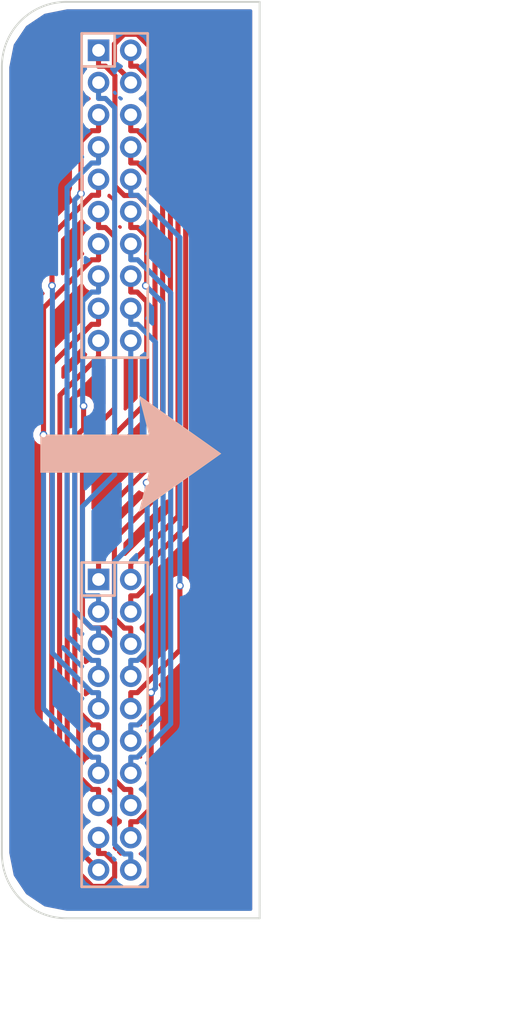
<source format=kicad_pcb>
(kicad_pcb (version 4) (host pcbnew 4.0.7)

  (general
    (links 20)
    (no_connects 0)
    (area 95.916665 65.532 143.74 148.496001)
    (thickness 1.6)
    (drawings 35)
    (tracks 190)
    (zones 0)
    (modules 4)
    (nets 21)
  )

  (page A4)
  (layers
    (0 F.Cu signal hide)
    (31 B.Cu signal hide)
    (32 B.Adhes user)
    (33 F.Adhes user)
    (34 B.Paste user)
    (35 F.Paste user)
    (36 B.SilkS user)
    (37 F.SilkS user)
    (38 B.Mask user)
    (39 F.Mask user)
    (40 Dwgs.User user)
    (41 Cmts.User user)
    (42 Eco1.User user)
    (43 Eco2.User user)
    (44 Edge.Cuts user)
    (45 Margin user)
    (46 B.CrtYd user)
    (47 F.CrtYd user)
    (48 B.Fab user)
    (49 F.Fab user)
  )

  (setup
    (last_trace_width 0.4)
    (trace_clearance 0.2)
    (zone_clearance 0.508)
    (zone_45_only yes)
    (trace_min 0.2)
    (segment_width 0.2)
    (edge_width 0.15)
    (via_size 0.6)
    (via_drill 0.4)
    (via_min_size 0.4)
    (via_min_drill 0.3)
    (uvia_size 0.3)
    (uvia_drill 0.1)
    (uvias_allowed no)
    (uvia_min_size 0.2)
    (uvia_min_drill 0.1)
    (pcb_text_width 0.3)
    (pcb_text_size 1.5 1.5)
    (mod_edge_width 0.15)
    (mod_text_size 1 1)
    (mod_text_width 0.15)
    (pad_size 1.524 1.524)
    (pad_drill 0.762)
    (pad_to_mask_clearance 0.2)
    (aux_axis_origin 0 0)
    (visible_elements 7FFFFFFF)
    (pcbplotparams
      (layerselection 0x010f0_80000001)
      (usegerberextensions false)
      (excludeedgelayer true)
      (linewidth 0.100000)
      (plotframeref false)
      (viasonmask false)
      (mode 1)
      (useauxorigin false)
      (hpglpennumber 1)
      (hpglpenspeed 20)
      (hpglpendiameter 15)
      (hpglpenoverlay 2)
      (psnegative false)
      (psa4output false)
      (plotreference true)
      (plotvalue true)
      (plotinvisibletext false)
      (padsonsilk false)
      (subtractmaskfromsilk false)
      (outputformat 1)
      (mirror false)
      (drillshape 0)
      (scaleselection 1)
      (outputdirectory GERBER/))
  )

  (net 0 "")
  (net 1 "Net-(BREAK-OUT1-Pad1)")
  (net 2 "Net-(BREAK-OUT1-Pad2)")
  (net 3 "Net-(BREAK-OUT1-Pad3)")
  (net 4 "Net-(BREAK-OUT1-Pad4)")
  (net 5 "Net-(BREAK-OUT1-Pad5)")
  (net 6 "Net-(BREAK-OUT1-Pad6)")
  (net 7 "Net-(BREAK-OUT1-Pad7)")
  (net 8 "Net-(BREAK-OUT1-Pad8)")
  (net 9 "Net-(BREAK-OUT1-Pad9)")
  (net 10 "Net-(BREAK-OUT1-Pad10)")
  (net 11 "Net-(BREAK-OUT1-Pad11)")
  (net 12 "Net-(BREAK-OUT1-Pad12)")
  (net 13 "Net-(BREAK-OUT1-Pad13)")
  (net 14 "Net-(BREAK-OUT1-Pad14)")
  (net 15 "Net-(BREAK-OUT1-Pad15)")
  (net 16 "Net-(BREAK-OUT1-Pad16)")
  (net 17 "Net-(BREAK-OUT1-Pad17)")
  (net 18 "Net-(BREAK-OUT1-Pad18)")
  (net 19 "Net-(BREAK-OUT1-Pad19)")
  (net 20 "Net-(BREAK-OUT1-Pad20)")

  (net_class Default "This is the default net class."
    (clearance 0.2)
    (trace_width 0.4)
    (via_dia 0.6)
    (via_drill 0.4)
    (uvia_dia 0.3)
    (uvia_drill 0.1)
    (add_net "Net-(BREAK-OUT1-Pad1)")
    (add_net "Net-(BREAK-OUT1-Pad10)")
    (add_net "Net-(BREAK-OUT1-Pad11)")
    (add_net "Net-(BREAK-OUT1-Pad12)")
    (add_net "Net-(BREAK-OUT1-Pad13)")
    (add_net "Net-(BREAK-OUT1-Pad14)")
    (add_net "Net-(BREAK-OUT1-Pad15)")
    (add_net "Net-(BREAK-OUT1-Pad16)")
    (add_net "Net-(BREAK-OUT1-Pad17)")
    (add_net "Net-(BREAK-OUT1-Pad18)")
    (add_net "Net-(BREAK-OUT1-Pad19)")
    (add_net "Net-(BREAK-OUT1-Pad2)")
    (add_net "Net-(BREAK-OUT1-Pad20)")
    (add_net "Net-(BREAK-OUT1-Pad3)")
    (add_net "Net-(BREAK-OUT1-Pad4)")
    (add_net "Net-(BREAK-OUT1-Pad5)")
    (add_net "Net-(BREAK-OUT1-Pad6)")
    (add_net "Net-(BREAK-OUT1-Pad7)")
    (add_net "Net-(BREAK-OUT1-Pad8)")
    (add_net "Net-(BREAK-OUT1-Pad9)")
  )

  (module Pin_Headers:Pin_Header_Straight_2x10_Pitch2.54mm (layer F.Cu) (tedit 59650532) (tstamp 5A12018C)
    (at 106.68 69.85)
    (descr "Through hole straight pin header, 2x10, 2.54mm pitch, double rows")
    (tags "Through hole pin header THT 2x10 2.54mm double row")
    (path /5A129FE4)
    (fp_text reference "" (at 1.27 -2.33) (layer F.SilkS)
      (effects (font (size 1 1) (thickness 0.15)))
    )
    (fp_text value Conn_02x10_Counter_Clockwise (at 1.27 25.19) (layer F.Fab)
      (effects (font (size 1 1) (thickness 0.15)))
    )
    (fp_line (start 0 -1.27) (end 3.81 -1.27) (layer F.Fab) (width 0.1))
    (fp_line (start 3.81 -1.27) (end 3.81 24.13) (layer F.Fab) (width 0.1))
    (fp_line (start 3.81 24.13) (end -1.27 24.13) (layer F.Fab) (width 0.1))
    (fp_line (start -1.27 24.13) (end -1.27 0) (layer F.Fab) (width 0.1))
    (fp_line (start -1.27 0) (end 0 -1.27) (layer F.Fab) (width 0.1))
    (fp_line (start -1.33 24.19) (end 3.87 24.19) (layer F.SilkS) (width 0.12))
    (fp_line (start -1.33 1.27) (end -1.33 24.19) (layer F.SilkS) (width 0.12))
    (fp_line (start 3.87 -1.33) (end 3.87 24.19) (layer F.SilkS) (width 0.12))
    (fp_line (start -1.33 1.27) (end 1.27 1.27) (layer F.SilkS) (width 0.12))
    (fp_line (start 1.27 1.27) (end 1.27 -1.33) (layer F.SilkS) (width 0.12))
    (fp_line (start 1.27 -1.33) (end 3.87 -1.33) (layer F.SilkS) (width 0.12))
    (fp_line (start -1.33 0) (end -1.33 -1.33) (layer F.SilkS) (width 0.12))
    (fp_line (start -1.33 -1.33) (end 0 -1.33) (layer F.SilkS) (width 0.12))
    (fp_line (start -1.8 -1.8) (end -1.8 24.65) (layer F.CrtYd) (width 0.05))
    (fp_line (start -1.8 24.65) (end 4.35 24.65) (layer F.CrtYd) (width 0.05))
    (fp_line (start 4.35 24.65) (end 4.35 -1.8) (layer F.CrtYd) (width 0.05))
    (fp_line (start 4.35 -1.8) (end -1.8 -1.8) (layer F.CrtYd) (width 0.05))
    (fp_text user %R (at 1.27 11.43 90) (layer F.Fab)
      (effects (font (size 1 1) (thickness 0.15)))
    )
    (pad 1 thru_hole rect (at 0 0) (size 1.7 1.7) (drill 1) (layers *.Cu *.Mask)
      (net 1 "Net-(BREAK-OUT1-Pad1)"))
    (pad 2 thru_hole oval (at 2.54 0) (size 1.7 1.7) (drill 1) (layers *.Cu *.Mask)
      (net 2 "Net-(BREAK-OUT1-Pad2)"))
    (pad 3 thru_hole oval (at 0 2.54) (size 1.7 1.7) (drill 1) (layers *.Cu *.Mask)
      (net 3 "Net-(BREAK-OUT1-Pad3)"))
    (pad 4 thru_hole oval (at 2.54 2.54) (size 1.7 1.7) (drill 1) (layers *.Cu *.Mask)
      (net 4 "Net-(BREAK-OUT1-Pad4)"))
    (pad 5 thru_hole oval (at 0 5.08) (size 1.7 1.7) (drill 1) (layers *.Cu *.Mask)
      (net 5 "Net-(BREAK-OUT1-Pad5)"))
    (pad 6 thru_hole oval (at 2.54 5.08) (size 1.7 1.7) (drill 1) (layers *.Cu *.Mask)
      (net 6 "Net-(BREAK-OUT1-Pad6)"))
    (pad 7 thru_hole oval (at 0 7.62) (size 1.7 1.7) (drill 1) (layers *.Cu *.Mask)
      (net 7 "Net-(BREAK-OUT1-Pad7)"))
    (pad 8 thru_hole oval (at 2.54 7.62) (size 1.7 1.7) (drill 1) (layers *.Cu *.Mask)
      (net 8 "Net-(BREAK-OUT1-Pad8)"))
    (pad 9 thru_hole oval (at 0 10.16) (size 1.7 1.7) (drill 1) (layers *.Cu *.Mask)
      (net 9 "Net-(BREAK-OUT1-Pad9)"))
    (pad 10 thru_hole oval (at 2.54 10.16) (size 1.7 1.7) (drill 1) (layers *.Cu *.Mask)
      (net 10 "Net-(BREAK-OUT1-Pad10)"))
    (pad 11 thru_hole oval (at 0 12.7) (size 1.7 1.7) (drill 1) (layers *.Cu *.Mask)
      (net 11 "Net-(BREAK-OUT1-Pad11)"))
    (pad 12 thru_hole oval (at 2.54 12.7) (size 1.7 1.7) (drill 1) (layers *.Cu *.Mask)
      (net 12 "Net-(BREAK-OUT1-Pad12)"))
    (pad 13 thru_hole oval (at 0 15.24) (size 1.7 1.7) (drill 1) (layers *.Cu *.Mask)
      (net 13 "Net-(BREAK-OUT1-Pad13)"))
    (pad 14 thru_hole oval (at 2.54 15.24) (size 1.7 1.7) (drill 1) (layers *.Cu *.Mask)
      (net 14 "Net-(BREAK-OUT1-Pad14)"))
    (pad 15 thru_hole oval (at 0 17.78) (size 1.7 1.7) (drill 1) (layers *.Cu *.Mask)
      (net 15 "Net-(BREAK-OUT1-Pad15)"))
    (pad 16 thru_hole oval (at 2.54 17.78) (size 1.7 1.7) (drill 1) (layers *.Cu *.Mask)
      (net 16 "Net-(BREAK-OUT1-Pad16)"))
    (pad 17 thru_hole oval (at 0 20.32) (size 1.7 1.7) (drill 1) (layers *.Cu *.Mask)
      (net 17 "Net-(BREAK-OUT1-Pad17)"))
    (pad 18 thru_hole oval (at 2.54 20.32) (size 1.7 1.7) (drill 1) (layers *.Cu *.Mask)
      (net 18 "Net-(BREAK-OUT1-Pad18)"))
    (pad 19 thru_hole oval (at 0 22.86) (size 1.7 1.7) (drill 1) (layers *.Cu *.Mask)
      (net 19 "Net-(BREAK-OUT1-Pad19)"))
    (pad 20 thru_hole oval (at 2.54 22.86) (size 1.7 1.7) (drill 1) (layers *.Cu *.Mask)
      (net 20 "Net-(BREAK-OUT1-Pad20)"))
    (model ${KISYS3DMOD}/Pin_Headers.3dshapes/Pin_Header_Straight_2x10_Pitch2.54mm.wrl
      (at (xyz 0 0 0))
      (scale (xyz 1 1 1))
      (rotate (xyz 0 0 0))
    )
  )

  (module Pin_Headers:Pin_Header_Straight_2x10_Pitch2.54mm (layer F.Cu) (tedit 59650532) (tstamp 5A1200D3)
    (at 106.68 111.506)
    (descr "Through hole straight pin header, 2x10, 2.54mm pitch, double rows")
    (tags "Through hole pin header THT 2x10 2.54mm double row")
    (path /5A12A01B)
    (fp_text reference "" (at 1.27 -2.33) (layer F.SilkS)
      (effects (font (size 1 1) (thickness 0.15)))
    )
    (fp_text value Conn_02x10_Counter_Clockwise (at 1.27 25.19) (layer F.Fab)
      (effects (font (size 1 1) (thickness 0.15)))
    )
    (fp_line (start 0 -1.27) (end 3.81 -1.27) (layer F.Fab) (width 0.1))
    (fp_line (start 3.81 -1.27) (end 3.81 24.13) (layer F.Fab) (width 0.1))
    (fp_line (start 3.81 24.13) (end -1.27 24.13) (layer F.Fab) (width 0.1))
    (fp_line (start -1.27 24.13) (end -1.27 0) (layer F.Fab) (width 0.1))
    (fp_line (start -1.27 0) (end 0 -1.27) (layer F.Fab) (width 0.1))
    (fp_line (start -1.33 24.19) (end 3.87 24.19) (layer F.SilkS) (width 0.12))
    (fp_line (start -1.33 1.27) (end -1.33 24.19) (layer F.SilkS) (width 0.12))
    (fp_line (start 3.87 -1.33) (end 3.87 24.19) (layer F.SilkS) (width 0.12))
    (fp_line (start -1.33 1.27) (end 1.27 1.27) (layer F.SilkS) (width 0.12))
    (fp_line (start 1.27 1.27) (end 1.27 -1.33) (layer F.SilkS) (width 0.12))
    (fp_line (start 1.27 -1.33) (end 3.87 -1.33) (layer F.SilkS) (width 0.12))
    (fp_line (start -1.33 0) (end -1.33 -1.33) (layer F.SilkS) (width 0.12))
    (fp_line (start -1.33 -1.33) (end 0 -1.33) (layer F.SilkS) (width 0.12))
    (fp_line (start -1.8 -1.8) (end -1.8 24.65) (layer F.CrtYd) (width 0.05))
    (fp_line (start -1.8 24.65) (end 4.35 24.65) (layer F.CrtYd) (width 0.05))
    (fp_line (start 4.35 24.65) (end 4.35 -1.8) (layer F.CrtYd) (width 0.05))
    (fp_line (start 4.35 -1.8) (end -1.8 -1.8) (layer F.CrtYd) (width 0.05))
    (fp_text user %R (at 1.27 11.43 90) (layer F.Fab)
      (effects (font (size 1 1) (thickness 0.15)))
    )
    (pad 1 thru_hole rect (at 0 0) (size 1.7 1.7) (drill 1) (layers *.Cu *.Mask)
      (net 1 "Net-(BREAK-OUT1-Pad1)"))
    (pad 2 thru_hole oval (at 2.54 0) (size 1.7 1.7) (drill 1) (layers *.Cu *.Mask)
      (net 2 "Net-(BREAK-OUT1-Pad2)"))
    (pad 3 thru_hole oval (at 0 2.54) (size 1.7 1.7) (drill 1) (layers *.Cu *.Mask)
      (net 3 "Net-(BREAK-OUT1-Pad3)"))
    (pad 4 thru_hole oval (at 2.54 2.54) (size 1.7 1.7) (drill 1) (layers *.Cu *.Mask)
      (net 4 "Net-(BREAK-OUT1-Pad4)"))
    (pad 5 thru_hole oval (at 0 5.08) (size 1.7 1.7) (drill 1) (layers *.Cu *.Mask)
      (net 5 "Net-(BREAK-OUT1-Pad5)"))
    (pad 6 thru_hole oval (at 2.54 5.08) (size 1.7 1.7) (drill 1) (layers *.Cu *.Mask)
      (net 6 "Net-(BREAK-OUT1-Pad6)"))
    (pad 7 thru_hole oval (at 0 7.62) (size 1.7 1.7) (drill 1) (layers *.Cu *.Mask)
      (net 7 "Net-(BREAK-OUT1-Pad7)"))
    (pad 8 thru_hole oval (at 2.54 7.62) (size 1.7 1.7) (drill 1) (layers *.Cu *.Mask)
      (net 8 "Net-(BREAK-OUT1-Pad8)"))
    (pad 9 thru_hole oval (at 0 10.16) (size 1.7 1.7) (drill 1) (layers *.Cu *.Mask)
      (net 9 "Net-(BREAK-OUT1-Pad9)"))
    (pad 10 thru_hole oval (at 2.54 10.16) (size 1.7 1.7) (drill 1) (layers *.Cu *.Mask)
      (net 10 "Net-(BREAK-OUT1-Pad10)"))
    (pad 11 thru_hole oval (at 0 12.7) (size 1.7 1.7) (drill 1) (layers *.Cu *.Mask)
      (net 11 "Net-(BREAK-OUT1-Pad11)"))
    (pad 12 thru_hole oval (at 2.54 12.7) (size 1.7 1.7) (drill 1) (layers *.Cu *.Mask)
      (net 12 "Net-(BREAK-OUT1-Pad12)"))
    (pad 13 thru_hole oval (at 0 15.24) (size 1.7 1.7) (drill 1) (layers *.Cu *.Mask)
      (net 13 "Net-(BREAK-OUT1-Pad13)"))
    (pad 14 thru_hole oval (at 2.54 15.24) (size 1.7 1.7) (drill 1) (layers *.Cu *.Mask)
      (net 14 "Net-(BREAK-OUT1-Pad14)"))
    (pad 15 thru_hole oval (at 0 17.78) (size 1.7 1.7) (drill 1) (layers *.Cu *.Mask)
      (net 15 "Net-(BREAK-OUT1-Pad15)"))
    (pad 16 thru_hole oval (at 2.54 17.78) (size 1.7 1.7) (drill 1) (layers *.Cu *.Mask)
      (net 16 "Net-(BREAK-OUT1-Pad16)"))
    (pad 17 thru_hole oval (at 0 20.32) (size 1.7 1.7) (drill 1) (layers *.Cu *.Mask)
      (net 17 "Net-(BREAK-OUT1-Pad17)"))
    (pad 18 thru_hole oval (at 2.54 20.32) (size 1.7 1.7) (drill 1) (layers *.Cu *.Mask)
      (net 18 "Net-(BREAK-OUT1-Pad18)"))
    (pad 19 thru_hole oval (at 0 22.86) (size 1.7 1.7) (drill 1) (layers *.Cu *.Mask)
      (net 19 "Net-(BREAK-OUT1-Pad19)"))
    (pad 20 thru_hole oval (at 2.54 22.86) (size 1.7 1.7) (drill 1) (layers *.Cu *.Mask)
      (net 20 "Net-(BREAK-OUT1-Pad20)"))
    (model ${KISYS3DMOD}/Pin_Headers.3dshapes/Pin_Header_Straight_2x10_Pitch2.54mm.wrl
      (at (xyz 0 0 0))
      (scale (xyz 1 1 1))
      (rotate (xyz 0 0 0))
    )
  )

  (module KICAD_GRAPHICS:arrow_15mm (layer F.Cu) (tedit 5A8F518A) (tstamp 5A8F51B5)
    (at 109.22 101.6)
    (fp_text reference "" (at 0 0) (layer F.SilkS) hide
      (effects (font (thickness 0.3)))
    )
    (fp_text value LOGO (at 0.75 0) (layer F.SilkS) hide
      (effects (font (thickness 0.3)))
    )
    (fp_poly (pts (xy 0.655556 -4.574602) (xy 0.6616 -4.570418) (xy 0.671387 -4.563584) (xy 0.684715 -4.55424)
      (xy 0.701381 -4.54253) (xy 0.721184 -4.528596) (xy 0.743922 -4.51258) (xy 0.769394 -4.494624)
      (xy 0.797397 -4.474871) (xy 0.82773 -4.453463) (xy 0.860191 -4.430542) (xy 0.894578 -4.40625)
      (xy 0.93069 -4.380731) (xy 0.968324 -4.354125) (xy 1.007279 -4.326576) (xy 1.047354 -4.298226)
      (xy 1.04775 -4.297946) (xy 1.078428 -4.276239) (xy 1.113024 -4.251761) (xy 1.15131 -4.224673)
      (xy 1.193057 -4.195137) (xy 1.238036 -4.163314) (xy 1.286017 -4.129368) (xy 1.336773 -4.093459)
      (xy 1.390075 -4.05575) (xy 1.445692 -4.016402) (xy 1.503398 -3.975578) (xy 1.562962 -3.933439)
      (xy 1.624156 -3.890147) (xy 1.686751 -3.845864) (xy 1.750519 -3.800752) (xy 1.815229 -3.754974)
      (xy 1.880655 -3.708689) (xy 1.946566 -3.662062) (xy 2.012734 -3.615253) (xy 2.07893 -3.568425)
      (xy 2.144925 -3.521739) (xy 2.21049 -3.475357) (xy 2.275397 -3.429442) (xy 2.31902 -3.398583)
      (xy 2.432812 -3.318087) (xy 2.542555 -3.240455) (xy 2.648345 -3.165618) (xy 2.750282 -3.093509)
      (xy 2.848461 -3.024057) (xy 2.942981 -2.957193) (xy 3.03394 -2.892849) (xy 3.121434 -2.830956)
      (xy 3.205562 -2.771444) (xy 3.286421 -2.714244) (xy 3.364109 -2.659288) (xy 3.438723 -2.606506)
      (xy 3.51036 -2.555829) (xy 3.57912 -2.507189) (xy 3.645098 -2.460515) (xy 3.708393 -2.41574)
      (xy 3.769103 -2.372794) (xy 3.827324 -2.331608) (xy 3.883154 -2.292114) (xy 3.936692 -2.254241)
      (xy 3.988034 -2.217921) (xy 4.037279 -2.183085) (xy 4.084523 -2.149664) (xy 4.129865 -2.117589)
      (xy 4.173402 -2.086791) (xy 4.215231 -2.057201) (xy 4.255451 -2.028749) (xy 4.294158 -2.001367)
      (xy 4.331451 -1.974986) (xy 4.367427 -1.949536) (xy 4.402183 -1.924949) (xy 4.435817 -1.901155)
      (xy 4.468428 -1.878086) (xy 4.500111 -1.855673) (xy 4.530966 -1.833846) (xy 4.561089 -1.812536)
      (xy 4.590578 -1.791675) (xy 4.619531 -1.771193) (xy 4.648045 -1.751021) (xy 4.676218 -1.731091)
      (xy 4.704148 -1.711332) (xy 4.731931 -1.691677) (xy 4.759667 -1.672056) (xy 4.787451 -1.652401)
      (xy 4.815383 -1.632641) (xy 4.843559 -1.612708) (xy 4.872077 -1.592534) (xy 4.89712 -1.574817)
      (xy 4.943603 -1.541933) (xy 4.99019 -1.508976) (xy 5.036616 -1.476134) (xy 5.082616 -1.443593)
      (xy 5.127924 -1.411542) (xy 5.172277 -1.380167) (xy 5.215408 -1.349656) (xy 5.257054 -1.320197)
      (xy 5.296949 -1.291976) (xy 5.334828 -1.265182) (xy 5.370427 -1.240001) (xy 5.403481 -1.216621)
      (xy 5.433724 -1.195229) (xy 5.460892 -1.176013) (xy 5.48472 -1.15916) (xy 5.504942 -1.144857)
      (xy 5.521296 -1.133292) (xy 5.52196 -1.132823) (xy 5.539123 -1.120685) (xy 5.560137 -1.105822)
      (xy 5.584707 -1.088444) (xy 5.612538 -1.068758) (xy 5.643334 -1.046975) (xy 5.676798 -1.023303)
      (xy 5.712636 -0.997952) (xy 5.750553 -0.97113) (xy 5.790251 -0.943047) (xy 5.831437 -0.913911)
      (xy 5.873814 -0.883932) (xy 5.917087 -0.853319) (xy 5.96096 -0.822281) (xy 6.005138 -0.791027)
      (xy 6.049324 -0.759766) (xy 6.08965 -0.731236) (xy 6.136686 -0.697959) (xy 6.185783 -0.663224)
      (xy 6.236503 -0.627342) (xy 6.288408 -0.590621) (xy 6.34106 -0.553373) (xy 6.394021 -0.515907)
      (xy 6.446853 -0.478534) (xy 6.499117 -0.441562) (xy 6.550375 -0.405301) (xy 6.60019 -0.370063)
      (xy 6.648123 -0.336157) (xy 6.693736 -0.303892) (xy 6.736591 -0.273578) (xy 6.77625 -0.245526)
      (xy 6.812275 -0.220045) (xy 6.81802 -0.215982) (xy 6.853318 -0.190996) (xy 6.887441 -0.1668)
      (xy 6.920164 -0.143557) (xy 6.95126 -0.12143) (xy 6.980501 -0.100582) (xy 7.00766 -0.081176)
      (xy 7.032512 -0.063373) (xy 7.05483 -0.047337) (xy 7.074386 -0.033231) (xy 7.090954 -0.021217)
      (xy 7.104308 -0.011457) (xy 7.11422 -0.004115) (xy 7.120464 0.000647) (xy 7.122813 0.002666)
      (xy 7.12282 0.002719) (xy 7.120596 0.004327) (xy 7.114408 0.008738) (xy 7.104439 0.015822)
      (xy 7.090873 0.025448) (xy 7.073894 0.037486) (xy 7.053686 0.051806) (xy 7.030432 0.068278)
      (xy 7.004316 0.086772) (xy 6.975523 0.107158) (xy 6.944234 0.129306) (xy 6.910635 0.153086)
      (xy 6.874909 0.178368) (xy 6.83724 0.205021) (xy 6.797812 0.232915) (xy 6.756807 0.261921)
      (xy 6.714411 0.291909) (xy 6.670807 0.322747) (xy 6.6421 0.343048) (xy 6.611646 0.364583)
      (xy 6.581723 0.385744) (xy 6.552221 0.406606) (xy 6.523033 0.427247) (xy 6.494048 0.447745)
      (xy 6.465159 0.468175) (xy 6.436255 0.488616) (xy 6.407229 0.509143) (xy 6.377971 0.529836)
      (xy 6.348372 0.550769) (xy 6.318323 0.572021) (xy 6.287716 0.593668) (xy 6.256441 0.615788)
      (xy 6.22439 0.638457) (xy 6.191453 0.661753) (xy 6.157523 0.685752) (xy 6.122488 0.710532)
      (xy 6.086242 0.73617) (xy 6.048675 0.762743) (xy 6.009677 0.790327) (xy 5.969141 0.819)
      (xy 5.926957 0.84884) (xy 5.883016 0.879922) (xy 5.837209 0.912324) (xy 5.789427 0.946124)
      (xy 5.739562 0.981397) (xy 5.687505 1.018222) (xy 5.633146 1.056675) (xy 5.576376 1.096833)
      (xy 5.517088 1.138774) (xy 5.455171 1.182574) (xy 5.390516 1.22831) (xy 5.323016 1.27606)
      (xy 5.252561 1.325901) (xy 5.179042 1.377909) (xy 5.10235 1.432162) (xy 5.022376 1.488737)
      (xy 4.939011 1.54771) (xy 4.852147 1.609159) (xy 4.761674 1.673161) (xy 4.667483 1.739793)
      (xy 4.569467 1.809132) (xy 4.467514 1.881255) (xy 4.36753 1.951986) (xy 4.309475 1.993055)
      (xy 4.248977 2.035852) (xy 4.186411 2.080112) (xy 4.122156 2.125567) (xy 4.056587 2.17195)
      (xy 3.990084 2.218996) (xy 3.923021 2.266436) (xy 3.855778 2.314004) (xy 3.78873 2.361433)
      (xy 3.722256 2.408457) (xy 3.656731 2.454809) (xy 3.592534 2.500222) (xy 3.530042 2.544429)
      (xy 3.469631 2.587163) (xy 3.411679 2.628158) (xy 3.356563 2.667146) (xy 3.30466 2.703861)
      (xy 3.256347 2.738037) (xy 3.23469 2.753357) (xy 3.183462 2.789594) (xy 3.13002 2.827398)
      (xy 3.074776 2.866477) (xy 3.018141 2.906541) (xy 2.960529 2.947296) (xy 2.902351 2.988452)
      (xy 2.84402 3.029716) (xy 2.785947 3.070798) (xy 2.728545 3.111406) (xy 2.672226 3.151248)
      (xy 2.617402 3.190032) (xy 2.564485 3.227468) (xy 2.513889 3.263262) (xy 2.466023 3.297125)
      (xy 2.421302 3.328764) (xy 2.380137 3.357887) (xy 2.36347 3.369679) (xy 2.32216 3.398905)
      (xy 2.280633 3.428284) (xy 2.239202 3.457595) (xy 2.198177 3.486618) (xy 2.157871 3.515132)
      (xy 2.118595 3.542916) (xy 2.080662 3.56975) (xy 2.044384 3.595413) (xy 2.010071 3.619684)
      (xy 1.978038 3.642343) (xy 1.948594 3.66317) (xy 1.922053 3.681942) (xy 1.898725 3.698441)
      (xy 1.878924 3.712445) (xy 1.86309 3.723642) (xy 1.83585 3.742904) (xy 1.805429 3.764418)
      (xy 1.772792 3.787501) (xy 1.738905 3.811471) (xy 1.704733 3.835643) (xy 1.671241 3.859336)
      (xy 1.639394 3.881867) (xy 1.610158 3.902553) (xy 1.60274 3.907803) (xy 1.586473 3.919313)
      (xy 1.56636 3.933542) (xy 1.542703 3.950277) (xy 1.515803 3.969305) (xy 1.485961 3.990413)
      (xy 1.453481 4.013387) (xy 1.418662 4.038013) (xy 1.381808 4.064079) (xy 1.343219 4.091371)
      (xy 1.303198 4.119676) (xy 1.262045 4.14878) (xy 1.220063 4.17847) (xy 1.177553 4.208532)
      (xy 1.134818 4.238754) (xy 1.092158 4.268921) (xy 1.07315 4.282362) (xy 1.032729 4.310947)
      (xy 0.993315 4.338821) (xy 0.955116 4.365839) (xy 0.918342 4.391851) (xy 0.883202 4.41671)
      (xy 0.849905 4.440267) (xy 0.818662 4.462373) (xy 0.789681 4.482881) (xy 0.763172 4.501643)
      (xy 0.739344 4.51851) (xy 0.718407 4.533334) (xy 0.70057 4.545967) (xy 0.686043 4.556261)
      (xy 0.675035 4.564067) (xy 0.667755 4.569237) (xy 0.664412 4.571624) (xy 0.664408 4.571627)
      (xy 0.657578 4.576487) (xy 0.654015 4.578539) (xy 0.652902 4.577995) (xy 0.65342 4.575068)
      (xy 0.653587 4.574441) (xy 0.654376 4.571364) (xy 0.65635 4.56361) (xy 0.659445 4.551427)
      (xy 0.663599 4.535063) (xy 0.668749 4.514766) (xy 0.674832 4.490782) (xy 0.681785 4.463361)
      (xy 0.689545 4.43275) (xy 0.69805 4.399197) (xy 0.707237 4.362949) (xy 0.717043 4.324254)
      (xy 0.727405 4.28336) (xy 0.73826 4.240515) (xy 0.749546 4.195967) (xy 0.761199 4.149963)
      (xy 0.769784 4.11607) (xy 0.783479 4.062001) (xy 0.79793 4.004949) (xy 0.812986 3.945509)
      (xy 0.828495 3.884279) (xy 0.844307 3.821857) (xy 0.860269 3.758839) (xy 0.876231 3.695822)
      (xy 0.892042 3.633405) (xy 0.90755 3.572184) (xy 0.922603 3.512756) (xy 0.937051 3.455718)
      (xy 0.950743 3.401669) (xy 0.963526 3.351204) (xy 0.97525 3.304922) (xy 0.977921 3.29438)
      (xy 0.990381 3.245191) (xy 1.003904 3.191803) (xy 1.018308 3.134938) (xy 1.033409 3.075322)
      (xy 1.049022 3.013679) (xy 1.064965 2.950733) (xy 1.081055 2.887208) (xy 1.097107 2.82383)
      (xy 1.112938 2.761322) (xy 1.128366 2.700408) (xy 1.143206 2.641813) (xy 1.157274 2.586261)
      (xy 1.170388 2.534478) (xy 1.170598 2.53365) (xy 1.183374 2.483199) (xy 1.196903 2.429779)
      (xy 1.21102 2.374034) (xy 1.225563 2.316608) (xy 1.240368 2.258147) (xy 1.255272 2.199297)
      (xy 1.270111 2.140701) (xy 1.284722 2.083006) (xy 1.298942 2.026855) (xy 1.312608 1.972895)
      (xy 1.325556 1.921769) (xy 1.337622 1.874124) (xy 1.348644 1.830604) (xy 1.351108 1.820875)
      (xy 1.361083 1.781476) (xy 1.370708 1.743438) (xy 1.379908 1.707051) (xy 1.388612 1.672607)
      (xy 1.396746 1.640394) (xy 1.404237 1.610704) (xy 1.411011 1.583828) (xy 1.416995 1.560054)
      (xy 1.422117 1.539674) (xy 1.426303 1.522978) (xy 1.42948 1.510256) (xy 1.431574 1.501798)
      (xy 1.432514 1.497896) (xy 1.43256 1.49766) (xy 1.430033 1.497605) (xy 1.42251 1.49755)
      (xy 1.410072 1.497496) (xy 1.392803 1.497442) (xy 1.370786 1.497389) (xy 1.344102 1.497336)
      (xy 1.312836 1.497285) (xy 1.27707 1.497233) (xy 1.236886 1.497183) (xy 1.192369 1.497133)
      (xy 1.143599 1.497083) (xy 1.090662 1.497035) (xy 1.033638 1.496987) (xy 0.972612 1.49694)
      (xy 0.907665 1.496894) (xy 0.838882 1.496849) (xy 0.766344 1.496805) (xy 0.690134 1.496762)
      (xy 0.610336 1.496719) (xy 0.527032 1.496678) (xy 0.440306 1.496638) (xy 0.350239 1.496599)
      (xy 0.256915 1.496561) (xy 0.160417 1.496524) (xy 0.060827 1.496488) (xy -0.041772 1.496454)
      (xy -0.147296 1.49642) (xy -0.255663 1.496388) (xy -0.36679 1.496358) (xy -0.480595 1.496328)
      (xy -0.596993 1.4963) (xy -0.715904 1.496273) (xy -0.837243 1.496248) (xy -0.960927 1.496224)
      (xy -1.086875 1.496202) (xy -1.215003 1.496181) (xy -1.345228 1.496162) (xy -1.477467 1.496144)
      (xy -1.611638 1.496128) (xy -1.747658 1.496113) (xy -1.885443 1.4961) (xy -2.024911 1.496089)
      (xy -2.16598 1.49608) (xy -2.308566 1.496072) (xy -2.452586 1.496066) (xy -2.597957 1.496062)
      (xy -2.744598 1.49606) (xy -7.1247 1.49606) (xy -7.1247 -1.4986) (xy 1.432147 -1.4986)
      (xy 1.404611 -1.607185) (xy 1.401812 -1.618228) (xy 1.39782 -1.63398) (xy 1.39269 -1.654226)
      (xy 1.386477 -1.678751) (xy 1.379234 -1.70734) (xy 1.371017 -1.739777) (xy 1.36188 -1.775848)
      (xy 1.351878 -1.815337) (xy 1.341064 -1.858029) (xy 1.329494 -1.903709) (xy 1.317222 -1.952161)
      (xy 1.304302 -2.003171) (xy 1.29079 -2.056524) (xy 1.276738 -2.112003) (xy 1.262203 -2.169395)
      (xy 1.247239 -2.228483) (xy 1.231899 -2.289052) (xy 1.216239 -2.350888) (xy 1.200313 -2.413775)
      (xy 1.184176 -2.477498) (xy 1.171242 -2.52857) (xy 1.153212 -2.599769) (xy 1.134482 -2.673728)
      (xy 1.115161 -2.750025) (xy 1.095353 -2.828239) (xy 1.075167 -2.90795) (xy 1.054708 -2.988736)
      (xy 1.034084 -3.070176) (xy 1.0134 -3.15185) (xy 0.992764 -3.233335) (xy 0.972283 -3.31421)
      (xy 0.952062 -3.394056) (xy 0.932209 -3.47245) (xy 0.912829 -3.548971) (xy 0.894031 -3.623199)
      (xy 0.87592 -3.694711) (xy 0.858604 -3.763088) (xy 0.842188 -3.827908) (xy 0.826779 -3.888749)
      (xy 0.812485 -3.945192) (xy 0.809135 -3.958419) (xy 0.795265 -4.013196) (xy 0.781729 -4.066675)
      (xy 0.768581 -4.118646) (xy 0.755872 -4.168901) (xy 0.743655 -4.217232) (xy 0.731983 -4.263431)
      (xy 0.720908 -4.307288) (xy 0.710483 -4.348597) (xy 0.70076 -4.387147) (xy 0.691792 -4.422731)
      (xy 0.683632 -4.45514) (xy 0.676331 -4.484165) (xy 0.669943 -4.509599) (xy 0.66452 -4.531233)
      (xy 0.660115 -4.548858) (xy 0.656779 -4.562266) (xy 0.654567 -4.571249) (xy 0.65353 -4.575597)
      (xy 0.653455 -4.575992) (xy 0.655556 -4.574602)) (layer F.SilkS) (width 0.01))
  )

  (module KICAD_GRAPHICS:arrow_15mm (layer B.Cu) (tedit 5A8F5199) (tstamp 5A8F51C8)
    (at 109.22 101.6)
    (fp_text reference "" (at 0 0) (layer B.SilkS) hide
      (effects (font (thickness 0.3)) (justify mirror))
    )
    (fp_text value LOGO (at 0.75 0) (layer B.SilkS) hide
      (effects (font (thickness 0.3)) (justify mirror))
    )
    (fp_poly (pts (xy 0.655556 4.574602) (xy 0.6616 4.570418) (xy 0.671387 4.563584) (xy 0.684715 4.55424)
      (xy 0.701381 4.54253) (xy 0.721184 4.528596) (xy 0.743922 4.51258) (xy 0.769394 4.494624)
      (xy 0.797397 4.474871) (xy 0.82773 4.453463) (xy 0.860191 4.430542) (xy 0.894578 4.40625)
      (xy 0.93069 4.380731) (xy 0.968324 4.354125) (xy 1.007279 4.326576) (xy 1.047354 4.298226)
      (xy 1.04775 4.297946) (xy 1.078428 4.276239) (xy 1.113024 4.251761) (xy 1.15131 4.224673)
      (xy 1.193057 4.195137) (xy 1.238036 4.163314) (xy 1.286017 4.129368) (xy 1.336773 4.093459)
      (xy 1.390075 4.05575) (xy 1.445692 4.016402) (xy 1.503398 3.975578) (xy 1.562962 3.933439)
      (xy 1.624156 3.890147) (xy 1.686751 3.845864) (xy 1.750519 3.800752) (xy 1.815229 3.754974)
      (xy 1.880655 3.708689) (xy 1.946566 3.662062) (xy 2.012734 3.615253) (xy 2.07893 3.568425)
      (xy 2.144925 3.521739) (xy 2.21049 3.475357) (xy 2.275397 3.429442) (xy 2.31902 3.398583)
      (xy 2.432812 3.318087) (xy 2.542555 3.240455) (xy 2.648345 3.165618) (xy 2.750282 3.093509)
      (xy 2.848461 3.024057) (xy 2.942981 2.957193) (xy 3.03394 2.892849) (xy 3.121434 2.830956)
      (xy 3.205562 2.771444) (xy 3.286421 2.714244) (xy 3.364109 2.659288) (xy 3.438723 2.606506)
      (xy 3.51036 2.555829) (xy 3.57912 2.507189) (xy 3.645098 2.460515) (xy 3.708393 2.41574)
      (xy 3.769103 2.372794) (xy 3.827324 2.331608) (xy 3.883154 2.292114) (xy 3.936692 2.254241)
      (xy 3.988034 2.217921) (xy 4.037279 2.183085) (xy 4.084523 2.149664) (xy 4.129865 2.117589)
      (xy 4.173402 2.086791) (xy 4.215231 2.057201) (xy 4.255451 2.028749) (xy 4.294158 2.001367)
      (xy 4.331451 1.974986) (xy 4.367427 1.949536) (xy 4.402183 1.924949) (xy 4.435817 1.901155)
      (xy 4.468428 1.878086) (xy 4.500111 1.855673) (xy 4.530966 1.833846) (xy 4.561089 1.812536)
      (xy 4.590578 1.791675) (xy 4.619531 1.771193) (xy 4.648045 1.751021) (xy 4.676218 1.731091)
      (xy 4.704148 1.711332) (xy 4.731931 1.691677) (xy 4.759667 1.672056) (xy 4.787451 1.652401)
      (xy 4.815383 1.632641) (xy 4.843559 1.612708) (xy 4.872077 1.592534) (xy 4.89712 1.574817)
      (xy 4.943603 1.541933) (xy 4.99019 1.508976) (xy 5.036616 1.476134) (xy 5.082616 1.443593)
      (xy 5.127924 1.411542) (xy 5.172277 1.380167) (xy 5.215408 1.349656) (xy 5.257054 1.320197)
      (xy 5.296949 1.291976) (xy 5.334828 1.265182) (xy 5.370427 1.240001) (xy 5.403481 1.216621)
      (xy 5.433724 1.195229) (xy 5.460892 1.176013) (xy 5.48472 1.15916) (xy 5.504942 1.144857)
      (xy 5.521296 1.133292) (xy 5.52196 1.132823) (xy 5.539123 1.120685) (xy 5.560137 1.105822)
      (xy 5.584707 1.088444) (xy 5.612538 1.068758) (xy 5.643334 1.046975) (xy 5.676798 1.023303)
      (xy 5.712636 0.997952) (xy 5.750553 0.97113) (xy 5.790251 0.943047) (xy 5.831437 0.913911)
      (xy 5.873814 0.883932) (xy 5.917087 0.853319) (xy 5.96096 0.822281) (xy 6.005138 0.791027)
      (xy 6.049324 0.759766) (xy 6.08965 0.731236) (xy 6.136686 0.697959) (xy 6.185783 0.663224)
      (xy 6.236503 0.627342) (xy 6.288408 0.590621) (xy 6.34106 0.553373) (xy 6.394021 0.515907)
      (xy 6.446853 0.478534) (xy 6.499117 0.441562) (xy 6.550375 0.405301) (xy 6.60019 0.370063)
      (xy 6.648123 0.336157) (xy 6.693736 0.303892) (xy 6.736591 0.273578) (xy 6.77625 0.245526)
      (xy 6.812275 0.220045) (xy 6.81802 0.215982) (xy 6.853318 0.190996) (xy 6.887441 0.1668)
      (xy 6.920164 0.143557) (xy 6.95126 0.12143) (xy 6.980501 0.100582) (xy 7.00766 0.081176)
      (xy 7.032512 0.063373) (xy 7.05483 0.047337) (xy 7.074386 0.033231) (xy 7.090954 0.021217)
      (xy 7.104308 0.011457) (xy 7.11422 0.004115) (xy 7.120464 -0.000647) (xy 7.122813 -0.002666)
      (xy 7.12282 -0.002719) (xy 7.120596 -0.004327) (xy 7.114408 -0.008738) (xy 7.104439 -0.015822)
      (xy 7.090873 -0.025448) (xy 7.073894 -0.037486) (xy 7.053686 -0.051806) (xy 7.030432 -0.068278)
      (xy 7.004316 -0.086772) (xy 6.975523 -0.107158) (xy 6.944234 -0.129306) (xy 6.910635 -0.153086)
      (xy 6.874909 -0.178368) (xy 6.83724 -0.205021) (xy 6.797812 -0.232915) (xy 6.756807 -0.261921)
      (xy 6.714411 -0.291909) (xy 6.670807 -0.322747) (xy 6.6421 -0.343048) (xy 6.611646 -0.364583)
      (xy 6.581723 -0.385744) (xy 6.552221 -0.406606) (xy 6.523033 -0.427247) (xy 6.494048 -0.447745)
      (xy 6.465159 -0.468175) (xy 6.436255 -0.488616) (xy 6.407229 -0.509143) (xy 6.377971 -0.529836)
      (xy 6.348372 -0.550769) (xy 6.318323 -0.572021) (xy 6.287716 -0.593668) (xy 6.256441 -0.615788)
      (xy 6.22439 -0.638457) (xy 6.191453 -0.661753) (xy 6.157523 -0.685752) (xy 6.122488 -0.710532)
      (xy 6.086242 -0.73617) (xy 6.048675 -0.762743) (xy 6.009677 -0.790327) (xy 5.969141 -0.819)
      (xy 5.926957 -0.84884) (xy 5.883016 -0.879922) (xy 5.837209 -0.912324) (xy 5.789427 -0.946124)
      (xy 5.739562 -0.981397) (xy 5.687505 -1.018222) (xy 5.633146 -1.056675) (xy 5.576376 -1.096833)
      (xy 5.517088 -1.138774) (xy 5.455171 -1.182574) (xy 5.390516 -1.22831) (xy 5.323016 -1.27606)
      (xy 5.252561 -1.325901) (xy 5.179042 -1.377909) (xy 5.10235 -1.432162) (xy 5.022376 -1.488737)
      (xy 4.939011 -1.54771) (xy 4.852147 -1.609159) (xy 4.761674 -1.673161) (xy 4.667483 -1.739793)
      (xy 4.569467 -1.809132) (xy 4.467514 -1.881255) (xy 4.36753 -1.951986) (xy 4.309475 -1.993055)
      (xy 4.248977 -2.035852) (xy 4.186411 -2.080112) (xy 4.122156 -2.125567) (xy 4.056587 -2.17195)
      (xy 3.990084 -2.218996) (xy 3.923021 -2.266436) (xy 3.855778 -2.314004) (xy 3.78873 -2.361433)
      (xy 3.722256 -2.408457) (xy 3.656731 -2.454809) (xy 3.592534 -2.500222) (xy 3.530042 -2.544429)
      (xy 3.469631 -2.587163) (xy 3.411679 -2.628158) (xy 3.356563 -2.667146) (xy 3.30466 -2.703861)
      (xy 3.256347 -2.738037) (xy 3.23469 -2.753357) (xy 3.183462 -2.789594) (xy 3.13002 -2.827398)
      (xy 3.074776 -2.866477) (xy 3.018141 -2.906541) (xy 2.960529 -2.947296) (xy 2.902351 -2.988452)
      (xy 2.84402 -3.029716) (xy 2.785947 -3.070798) (xy 2.728545 -3.111406) (xy 2.672226 -3.151248)
      (xy 2.617402 -3.190032) (xy 2.564485 -3.227468) (xy 2.513889 -3.263262) (xy 2.466023 -3.297125)
      (xy 2.421302 -3.328764) (xy 2.380137 -3.357887) (xy 2.36347 -3.369679) (xy 2.32216 -3.398905)
      (xy 2.280633 -3.428284) (xy 2.239202 -3.457595) (xy 2.198177 -3.486618) (xy 2.157871 -3.515132)
      (xy 2.118595 -3.542916) (xy 2.080662 -3.56975) (xy 2.044384 -3.595413) (xy 2.010071 -3.619684)
      (xy 1.978038 -3.642343) (xy 1.948594 -3.66317) (xy 1.922053 -3.681942) (xy 1.898725 -3.698441)
      (xy 1.878924 -3.712445) (xy 1.86309 -3.723642) (xy 1.83585 -3.742904) (xy 1.805429 -3.764418)
      (xy 1.772792 -3.787501) (xy 1.738905 -3.811471) (xy 1.704733 -3.835643) (xy 1.671241 -3.859336)
      (xy 1.639394 -3.881867) (xy 1.610158 -3.902553) (xy 1.60274 -3.907803) (xy 1.586473 -3.919313)
      (xy 1.56636 -3.933542) (xy 1.542703 -3.950277) (xy 1.515803 -3.969305) (xy 1.485961 -3.990413)
      (xy 1.453481 -4.013387) (xy 1.418662 -4.038013) (xy 1.381808 -4.064079) (xy 1.343219 -4.091371)
      (xy 1.303198 -4.119676) (xy 1.262045 -4.14878) (xy 1.220063 -4.17847) (xy 1.177553 -4.208532)
      (xy 1.134818 -4.238754) (xy 1.092158 -4.268921) (xy 1.07315 -4.282362) (xy 1.032729 -4.310947)
      (xy 0.993315 -4.338821) (xy 0.955116 -4.365839) (xy 0.918342 -4.391851) (xy 0.883202 -4.41671)
      (xy 0.849905 -4.440267) (xy 0.818662 -4.462373) (xy 0.789681 -4.482881) (xy 0.763172 -4.501643)
      (xy 0.739344 -4.51851) (xy 0.718407 -4.533334) (xy 0.70057 -4.545967) (xy 0.686043 -4.556261)
      (xy 0.675035 -4.564067) (xy 0.667755 -4.569237) (xy 0.664412 -4.571624) (xy 0.664408 -4.571627)
      (xy 0.657578 -4.576487) (xy 0.654015 -4.578539) (xy 0.652902 -4.577995) (xy 0.65342 -4.575068)
      (xy 0.653587 -4.574441) (xy 0.654376 -4.571364) (xy 0.65635 -4.56361) (xy 0.659445 -4.551427)
      (xy 0.663599 -4.535063) (xy 0.668749 -4.514766) (xy 0.674832 -4.490782) (xy 0.681785 -4.463361)
      (xy 0.689545 -4.43275) (xy 0.69805 -4.399197) (xy 0.707237 -4.362949) (xy 0.717043 -4.324254)
      (xy 0.727405 -4.28336) (xy 0.73826 -4.240515) (xy 0.749546 -4.195967) (xy 0.761199 -4.149963)
      (xy 0.769784 -4.11607) (xy 0.783479 -4.062001) (xy 0.79793 -4.004949) (xy 0.812986 -3.945509)
      (xy 0.828495 -3.884279) (xy 0.844307 -3.821857) (xy 0.860269 -3.758839) (xy 0.876231 -3.695822)
      (xy 0.892042 -3.633405) (xy 0.90755 -3.572184) (xy 0.922603 -3.512756) (xy 0.937051 -3.455718)
      (xy 0.950743 -3.401669) (xy 0.963526 -3.351204) (xy 0.97525 -3.304922) (xy 0.977921 -3.29438)
      (xy 0.990381 -3.245191) (xy 1.003904 -3.191803) (xy 1.018308 -3.134938) (xy 1.033409 -3.075322)
      (xy 1.049022 -3.013679) (xy 1.064965 -2.950733) (xy 1.081055 -2.887208) (xy 1.097107 -2.82383)
      (xy 1.112938 -2.761322) (xy 1.128366 -2.700408) (xy 1.143206 -2.641813) (xy 1.157274 -2.586261)
      (xy 1.170388 -2.534478) (xy 1.170598 -2.53365) (xy 1.183374 -2.483199) (xy 1.196903 -2.429779)
      (xy 1.21102 -2.374034) (xy 1.225563 -2.316608) (xy 1.240368 -2.258147) (xy 1.255272 -2.199297)
      (xy 1.270111 -2.140701) (xy 1.284722 -2.083006) (xy 1.298942 -2.026855) (xy 1.312608 -1.972895)
      (xy 1.325556 -1.921769) (xy 1.337622 -1.874124) (xy 1.348644 -1.830604) (xy 1.351108 -1.820875)
      (xy 1.361083 -1.781476) (xy 1.370708 -1.743438) (xy 1.379908 -1.707051) (xy 1.388612 -1.672607)
      (xy 1.396746 -1.640394) (xy 1.404237 -1.610704) (xy 1.411011 -1.583828) (xy 1.416995 -1.560054)
      (xy 1.422117 -1.539674) (xy 1.426303 -1.522978) (xy 1.42948 -1.510256) (xy 1.431574 -1.501798)
      (xy 1.432514 -1.497896) (xy 1.43256 -1.49766) (xy 1.430033 -1.497605) (xy 1.42251 -1.49755)
      (xy 1.410072 -1.497496) (xy 1.392803 -1.497442) (xy 1.370786 -1.497389) (xy 1.344102 -1.497336)
      (xy 1.312836 -1.497285) (xy 1.27707 -1.497233) (xy 1.236886 -1.497183) (xy 1.192369 -1.497133)
      (xy 1.143599 -1.497083) (xy 1.090662 -1.497035) (xy 1.033638 -1.496987) (xy 0.972612 -1.49694)
      (xy 0.907665 -1.496894) (xy 0.838882 -1.496849) (xy 0.766344 -1.496805) (xy 0.690134 -1.496762)
      (xy 0.610336 -1.496719) (xy 0.527032 -1.496678) (xy 0.440306 -1.496638) (xy 0.350239 -1.496599)
      (xy 0.256915 -1.496561) (xy 0.160417 -1.496524) (xy 0.060827 -1.496488) (xy -0.041772 -1.496454)
      (xy -0.147296 -1.49642) (xy -0.255663 -1.496388) (xy -0.36679 -1.496358) (xy -0.480595 -1.496328)
      (xy -0.596993 -1.4963) (xy -0.715904 -1.496273) (xy -0.837243 -1.496248) (xy -0.960927 -1.496224)
      (xy -1.086875 -1.496202) (xy -1.215003 -1.496181) (xy -1.345228 -1.496162) (xy -1.477467 -1.496144)
      (xy -1.611638 -1.496128) (xy -1.747658 -1.496113) (xy -1.885443 -1.4961) (xy -2.024911 -1.496089)
      (xy -2.16598 -1.49608) (xy -2.308566 -1.496072) (xy -2.452586 -1.496066) (xy -2.597957 -1.496062)
      (xy -2.744598 -1.49606) (xy -7.1247 -1.49606) (xy -7.1247 1.4986) (xy 1.432147 1.4986)
      (xy 1.404611 1.607185) (xy 1.401812 1.618228) (xy 1.39782 1.63398) (xy 1.39269 1.654226)
      (xy 1.386477 1.678751) (xy 1.379234 1.70734) (xy 1.371017 1.739777) (xy 1.36188 1.775848)
      (xy 1.351878 1.815337) (xy 1.341064 1.858029) (xy 1.329494 1.903709) (xy 1.317222 1.952161)
      (xy 1.304302 2.003171) (xy 1.29079 2.056524) (xy 1.276738 2.112003) (xy 1.262203 2.169395)
      (xy 1.247239 2.228483) (xy 1.231899 2.289052) (xy 1.216239 2.350888) (xy 1.200313 2.413775)
      (xy 1.184176 2.477498) (xy 1.171242 2.52857) (xy 1.153212 2.599769) (xy 1.134482 2.673728)
      (xy 1.115161 2.750025) (xy 1.095353 2.828239) (xy 1.075167 2.90795) (xy 1.054708 2.988736)
      (xy 1.034084 3.070176) (xy 1.0134 3.15185) (xy 0.992764 3.233335) (xy 0.972283 3.31421)
      (xy 0.952062 3.394056) (xy 0.932209 3.47245) (xy 0.912829 3.548971) (xy 0.894031 3.623199)
      (xy 0.87592 3.694711) (xy 0.858604 3.763088) (xy 0.842188 3.827908) (xy 0.826779 3.888749)
      (xy 0.812485 3.945192) (xy 0.809135 3.958419) (xy 0.795265 4.013196) (xy 0.781729 4.066675)
      (xy 0.768581 4.118646) (xy 0.755872 4.168901) (xy 0.743655 4.217232) (xy 0.731983 4.263431)
      (xy 0.720908 4.307288) (xy 0.710483 4.348597) (xy 0.70076 4.387147) (xy 0.691792 4.422731)
      (xy 0.683632 4.45514) (xy 0.676331 4.484165) (xy 0.669943 4.509599) (xy 0.66452 4.531233)
      (xy 0.660115 4.548858) (xy 0.656779 4.562266) (xy 0.654567 4.571249) (xy 0.65353 4.575597)
      (xy 0.653455 4.575992) (xy 0.655556 4.574602)) (layer B.SilkS) (width 0.01))
  )

  (gr_line (start 107.95 71.12) (end 107.95 68.5165) (angle 90) (layer F.SilkS) (width 0.2))
  (gr_line (start 105.3465 71.12) (end 107.95 71.12) (angle 90) (layer F.SilkS) (width 0.2))
  (gr_line (start 105.3465 94.0435) (end 110.5535 94.0435) (angle 90) (layer F.SilkS) (width 0.2))
  (gr_line (start 105.3465 68.5165) (end 105.3465 94.0435) (angle 90) (layer F.SilkS) (width 0.2))
  (gr_line (start 110.5535 68.5165) (end 105.3465 68.5165) (angle 90) (layer F.SilkS) (width 0.2))
  (gr_line (start 110.5535 94.0435) (end 110.5535 68.5165) (angle 90) (layer F.SilkS) (width 0.2))
  (gr_line (start 110.5535 110.1725) (end 107.95 110.1725) (angle 90) (layer F.SilkS) (width 0.2))
  (gr_line (start 110.5535 135.6995) (end 110.5535 110.1725) (angle 90) (layer F.SilkS) (width 0.2))
  (gr_line (start 105.3465 135.6995) (end 110.5535 135.6995) (angle 90) (layer F.SilkS) (width 0.2))
  (gr_line (start 105.3465 110.1725) (end 105.3465 135.6995) (angle 90) (layer F.SilkS) (width 0.2))
  (gr_line (start 107.95 110.1725) (end 105.3465 110.1725) (angle 90) (layer F.SilkS) (width 0.2))
  (gr_line (start 107.95 112.776) (end 107.95 110.1725) (angle 90) (layer F.SilkS) (width 0.2))
  (gr_line (start 105.3465 112.776) (end 107.95 112.776) (angle 90) (layer F.SilkS) (width 0.2))
  (gr_line (start 107.95 71.12) (end 107.95 68.5165) (angle 90) (layer B.SilkS) (width 0.2))
  (gr_line (start 105.3465 71.12) (end 107.95 71.12) (angle 90) (layer B.SilkS) (width 0.2))
  (gr_line (start 110.5535 68.5165) (end 110.5535 94.0435) (angle 90) (layer B.SilkS) (width 0.2))
  (gr_line (start 105.3465 68.5165) (end 110.5535 68.5165) (angle 90) (layer B.SilkS) (width 0.2))
  (gr_line (start 105.3465 94.0435) (end 105.3465 68.5165) (angle 90) (layer B.SilkS) (width 0.2))
  (gr_line (start 110.5535 94.0435) (end 105.3465 94.0435) (angle 90) (layer B.SilkS) (width 0.2))
  (gr_line (start 107.95 112.776) (end 107.95 110.1725) (angle 90) (layer B.SilkS) (width 0.2))
  (gr_line (start 105.3465 112.776) (end 107.95 112.776) (angle 90) (layer B.SilkS) (width 0.2))
  (gr_line (start 105.3465 135.6995) (end 105.3465 110.1725) (angle 90) (layer B.SilkS) (width 0.2))
  (gr_line (start 110.5535 135.6995) (end 105.3465 135.6995) (angle 90) (layer B.SilkS) (width 0.2))
  (gr_line (start 110.5535 110.1725) (end 110.5535 135.6995) (angle 90) (layer B.SilkS) (width 0.2))
  (gr_line (start 105.3465 110.1725) (end 110.5535 110.1725) (angle 90) (layer B.SilkS) (width 0.2))
  (dimension 20.32 (width 0.3) (layer B.Adhes)
    (gr_text "20.320 mm" (at 109.22 147.146) (layer B.Adhes)
      (effects (font (size 1.5 1.5) (thickness 0.3)))
    )
    (feature1 (pts (xy 99.06 138.176) (xy 99.06 148.496)))
    (feature2 (pts (xy 119.38 138.176) (xy 119.38 148.496)))
    (crossbar (pts (xy 119.38 145.796) (xy 99.06 145.796)))
    (arrow1a (pts (xy 99.06 145.796) (xy 100.186504 145.209579)))
    (arrow1b (pts (xy 99.06 145.796) (xy 100.186504 146.382421)))
    (arrow2a (pts (xy 119.38 145.796) (xy 118.253496 145.209579)))
    (arrow2b (pts (xy 119.38 145.796) (xy 118.253496 146.382421)))
  )
  (dimension 72.136 (width 0.3) (layer B.Adhes)
    (gr_text "72.136 mm" (at 137.24 102.108 90) (layer B.Adhes)
      (effects (font (size 1.5 1.5) (thickness 0.3)))
    )
    (feature1 (pts (xy 119.38 66.04) (xy 138.59 66.04)))
    (feature2 (pts (xy 119.38 138.176) (xy 138.59 138.176)))
    (crossbar (pts (xy 135.89 138.176) (xy 135.89 66.04)))
    (arrow1a (pts (xy 135.89 66.04) (xy 136.476421 67.166504)))
    (arrow1b (pts (xy 135.89 66.04) (xy 135.303579 67.166504)))
    (arrow2a (pts (xy 135.89 138.176) (xy 136.476421 137.049496)))
    (arrow2b (pts (xy 135.89 138.176) (xy 135.303579 137.049496)))
  )
  (gr_line (start 99.06 133.096) (end 99.06 132.08) (angle 90) (layer Edge.Cuts) (width 0.15))
  (gr_line (start 119.38 137.16) (end 119.38 138.176) (angle 90) (layer Edge.Cuts) (width 0.15))
  (gr_line (start 119.38 66.04) (end 104.14 66.04) (angle 90) (layer Edge.Cuts) (width 0.15))
  (gr_line (start 119.38 137.16) (end 119.38 66.04) (angle 90) (layer Edge.Cuts) (width 0.15))
  (gr_line (start 104.14 138.176) (end 119.38 138.176) (angle 90) (layer Edge.Cuts) (width 0.15))
  (gr_arc (start 104.14 133.096) (end 104.14 138.176) (angle 90) (layer Edge.Cuts) (width 0.15))
  (gr_arc (start 104.14 71.12) (end 99.06 71.12) (angle 90) (layer Edge.Cuts) (width 0.15))
  (gr_line (start 99.06 132.08) (end 99.06 71.12) (angle 90) (layer Edge.Cuts) (width 0.15))

  (segment (start 106.68 69.85) (end 106.68 71.1003) (width 0.4) (layer F.Cu) (net 1))
  (segment (start 106.68 71.1003) (end 107.227 71.1003) (width 0.4) (layer F.Cu) (net 1))
  (segment (start 106.68 106.6349) (end 106.68 111.506) (width 0.4) (layer F.Cu) (net 1))
  (segment (start 111.1301 102.1848) (end 106.68 106.6349) (width 0.4) (layer F.Cu) (net 1))
  (segment (start 111.1301 82.6434) (end 111.1301 102.1848) (width 0.4) (layer F.Cu) (net 1))
  (segment (start 109.7667 81.28) (end 111.1301 82.6434) (width 0.4) (layer F.Cu) (net 1))
  (segment (start 108.7078 81.28) (end 109.7667 81.28) (width 0.4) (layer F.Cu) (net 1))
  (segment (start 107.9697 80.5419) (end 108.7078 81.28) (width 0.4) (layer F.Cu) (net 1))
  (segment (start 107.9697 71.843) (end 107.9697 80.5419) (width 0.4) (layer F.Cu) (net 1))
  (segment (start 107.227 71.1003) (end 107.9697 71.843) (width 0.4) (layer F.Cu) (net 1))
  (segment (start 109.22 111.506) (end 109.22 110.2557) (width 0.4) (layer F.Cu) (net 2))
  (segment (start 109.22 69.85) (end 109.22 71.1003) (width 0.4) (layer F.Cu) (net 2))
  (segment (start 112.9439 106.5318) (end 109.22 110.2557) (width 0.4) (layer F.Cu) (net 2))
  (segment (start 112.9439 74.3061) (end 112.9439 106.5318) (width 0.4) (layer F.Cu) (net 2))
  (segment (start 109.7381 71.1003) (end 112.9439 74.3061) (width 0.4) (layer F.Cu) (net 2))
  (segment (start 109.22 71.1003) (end 109.7381 71.1003) (width 0.4) (layer F.Cu) (net 2))
  (segment (start 106.68 72.39) (end 106.68 73.6403) (width 0.4) (layer B.Cu) (net 3))
  (segment (start 106.68 114.046) (end 106.68 112.7957) (width 0.4) (layer B.Cu) (net 3))
  (segment (start 107.227 73.6403) (end 106.68 73.6403) (width 0.4) (layer B.Cu) (net 3))
  (segment (start 107.95 74.3633) (end 107.227 73.6403) (width 0.4) (layer B.Cu) (net 3))
  (segment (start 107.95 103.229) (end 107.95 74.3633) (width 0.4) (layer B.Cu) (net 3))
  (segment (start 105.4109 105.7681) (end 107.95 103.229) (width 0.4) (layer B.Cu) (net 3))
  (segment (start 105.4109 112.5939) (end 105.4109 105.7681) (width 0.4) (layer B.Cu) (net 3))
  (segment (start 105.6127 112.7957) (end 105.4109 112.5939) (width 0.4) (layer B.Cu) (net 3))
  (segment (start 106.68 112.7957) (end 105.6127 112.7957) (width 0.4) (layer B.Cu) (net 3))
  (segment (start 109.7381 112.7957) (end 109.22 112.7957) (width 0.4) (layer F.Cu) (net 4))
  (segment (start 110.5096 112.0242) (end 109.7381 112.7957) (width 0.4) (layer F.Cu) (net 4))
  (segment (start 110.5096 110.3726) (end 110.5096 112.0242) (width 0.4) (layer F.Cu) (net 4))
  (segment (start 113.546 107.3362) (end 110.5096 110.3726) (width 0.4) (layer F.Cu) (net 4))
  (segment (start 113.546 72.4012) (end 113.546 107.3362) (width 0.4) (layer F.Cu) (net 4))
  (segment (start 109.7344 68.5896) (end 113.546 72.4012) (width 0.4) (layer F.Cu) (net 4))
  (segment (start 108.6927 68.5896) (end 109.7344 68.5896) (width 0.4) (layer F.Cu) (net 4))
  (segment (start 107.9305 69.3518) (end 108.6927 68.5896) (width 0.4) (layer F.Cu) (net 4))
  (segment (start 107.9305 70.9547) (end 107.9305 69.3518) (width 0.4) (layer F.Cu) (net 4))
  (segment (start 109.22 72.2442) (end 107.9305 70.9547) (width 0.4) (layer F.Cu) (net 4))
  (segment (start 109.22 72.39) (end 109.22 72.2442) (width 0.4) (layer F.Cu) (net 4))
  (segment (start 109.22 114.046) (end 109.22 112.7957) (width 0.4) (layer F.Cu) (net 4))
  (via (at 105.2922 81.129) (size 0.6) (layers F.Cu B.Cu) (net 5))
  (segment (start 105.2922 77.0211) (end 105.2922 81.129) (width 0.4) (layer F.Cu) (net 5))
  (segment (start 106.133 76.1803) (end 105.2922 77.0211) (width 0.4) (layer F.Cu) (net 5))
  (segment (start 106.68 76.1803) (end 106.133 76.1803) (width 0.4) (layer F.Cu) (net 5))
  (segment (start 106.68 74.93) (end 106.68 76.1803) (width 0.4) (layer F.Cu) (net 5))
  (segment (start 106.68 116.586) (end 106.68 115.3357) (width 0.4) (layer B.Cu) (net 5))
  (segment (start 104.7963 81.6249) (end 105.2922 81.129) (width 0.4) (layer B.Cu) (net 5))
  (segment (start 104.7963 113.9701) (end 104.7963 81.6249) (width 0.4) (layer B.Cu) (net 5))
  (segment (start 106.1619 115.3357) (end 104.7963 113.9701) (width 0.4) (layer B.Cu) (net 5))
  (segment (start 106.68 115.3357) (end 106.1619 115.3357) (width 0.4) (layer B.Cu) (net 5))
  (segment (start 109.22 74.93) (end 109.22 76.1803) (width 0.4) (layer F.Cu) (net 6))
  (segment (start 109.22 116.586) (end 109.22 115.3357) (width 0.4) (layer F.Cu) (net 6))
  (segment (start 108.7019 115.3357) (end 109.22 115.3357) (width 0.4) (layer F.Cu) (net 6))
  (segment (start 107.9304 114.5642) (end 108.7019 115.3357) (width 0.4) (layer F.Cu) (net 6))
  (segment (start 107.9304 108.3301) (end 107.9304 114.5642) (width 0.4) (layer F.Cu) (net 6))
  (segment (start 112.3435 103.917) (end 107.9304 108.3301) (width 0.4) (layer F.Cu) (net 6))
  (segment (start 112.3435 78.7568) (end 112.3435 103.917) (width 0.4) (layer F.Cu) (net 6))
  (segment (start 109.767 76.1803) (end 112.3435 78.7568) (width 0.4) (layer F.Cu) (net 6))
  (segment (start 109.22 76.1803) (end 109.767 76.1803) (width 0.4) (layer F.Cu) (net 6))
  (segment (start 106.68 77.47) (end 106.68 78.7203) (width 0.4) (layer B.Cu) (net 7))
  (segment (start 106.68 119.126) (end 106.68 117.8757) (width 0.4) (layer B.Cu) (net 7))
  (segment (start 106.133 78.7203) (end 106.68 78.7203) (width 0.4) (layer B.Cu) (net 7))
  (segment (start 104.1959 80.6574) (end 106.133 78.7203) (width 0.4) (layer B.Cu) (net 7))
  (segment (start 104.1959 115.9386) (end 104.1959 80.6574) (width 0.4) (layer B.Cu) (net 7))
  (segment (start 106.133 117.8757) (end 104.1959 115.9386) (width 0.4) (layer B.Cu) (net 7))
  (segment (start 106.68 117.8757) (end 106.133 117.8757) (width 0.4) (layer B.Cu) (net 7))
  (via (at 110.4637 103.8832) (size 0.6) (layers F.Cu B.Cu) (net 8))
  (segment (start 109.22 119.126) (end 109.22 117.8757) (width 0.4) (layer B.Cu) (net 8))
  (segment (start 109.22 77.47) (end 109.22 78.7203) (width 0.4) (layer F.Cu) (net 8))
  (segment (start 109.7381 117.8757) (end 109.22 117.8757) (width 0.4) (layer B.Cu) (net 8))
  (segment (start 110.5137 117.1001) (end 109.7381 117.8757) (width 0.4) (layer B.Cu) (net 8))
  (segment (start 110.5137 103.9332) (end 110.5137 117.1001) (width 0.4) (layer B.Cu) (net 8))
  (segment (start 110.4637 103.8832) (end 110.5137 103.9332) (width 0.4) (layer B.Cu) (net 8))
  (segment (start 111.7305 102.6164) (end 110.4637 103.8832) (width 0.4) (layer F.Cu) (net 8))
  (segment (start 111.7305 80.6838) (end 111.7305 102.6164) (width 0.4) (layer F.Cu) (net 8))
  (segment (start 109.767 78.7203) (end 111.7305 80.6838) (width 0.4) (layer F.Cu) (net 8))
  (segment (start 109.22 78.7203) (end 109.767 78.7203) (width 0.4) (layer F.Cu) (net 8))
  (via (at 103.0097 88.3803) (size 0.6) (layers F.Cu B.Cu) (net 9))
  (segment (start 106.68 80.01) (end 106.68 81.2603) (width 0.4) (layer F.Cu) (net 9))
  (segment (start 106.68 121.666) (end 106.68 120.4157) (width 0.4) (layer B.Cu) (net 9))
  (segment (start 103.0097 84.4019) (end 103.0097 88.3803) (width 0.4) (layer F.Cu) (net 9))
  (segment (start 106.1512 81.2604) (end 103.0097 84.4019) (width 0.4) (layer F.Cu) (net 9))
  (segment (start 106.1512 81.2603) (end 106.1512 81.2604) (width 0.4) (layer F.Cu) (net 9))
  (segment (start 106.68 81.2603) (end 106.1512 81.2603) (width 0.4) (layer F.Cu) (net 9))
  (segment (start 103.0407 88.4113) (end 103.0097 88.3803) (width 0.4) (layer B.Cu) (net 9))
  (segment (start 103.0407 117.2945) (end 103.0407 88.4113) (width 0.4) (layer B.Cu) (net 9))
  (segment (start 106.1619 120.4157) (end 103.0407 117.2945) (width 0.4) (layer B.Cu) (net 9))
  (segment (start 106.68 120.4157) (end 106.1619 120.4157) (width 0.4) (layer B.Cu) (net 9))
  (via (at 113.093 112.0005) (size 0.6) (layers F.Cu B.Cu) (net 10))
  (segment (start 113.093 84.5863) (end 113.093 112.0005) (width 0.4) (layer B.Cu) (net 10))
  (segment (start 109.767 81.2603) (end 113.093 84.5863) (width 0.4) (layer B.Cu) (net 10))
  (segment (start 109.22 81.2603) (end 109.767 81.2603) (width 0.4) (layer B.Cu) (net 10))
  (segment (start 109.7381 120.4157) (end 109.22 120.4157) (width 0.4) (layer F.Cu) (net 10))
  (segment (start 113.093 117.0608) (end 109.7381 120.4157) (width 0.4) (layer F.Cu) (net 10))
  (segment (start 113.093 112.0005) (end 113.093 117.0608) (width 0.4) (layer F.Cu) (net 10))
  (segment (start 109.22 121.666) (end 109.22 120.4157) (width 0.4) (layer F.Cu) (net 10))
  (segment (start 109.22 80.01) (end 109.22 81.2603) (width 0.4) (layer B.Cu) (net 10))
  (segment (start 106.1619 122.9557) (end 106.68 122.9557) (width 0.4) (layer F.Cu) (net 11))
  (segment (start 104.8098 121.6036) (end 106.1619 122.9557) (width 0.4) (layer F.Cu) (net 11))
  (segment (start 104.8098 101.1816) (end 104.8098 121.6036) (width 0.4) (layer F.Cu) (net 11))
  (segment (start 107.95 98.0414) (end 104.8098 101.1816) (width 0.4) (layer F.Cu) (net 11))
  (segment (start 107.95 84.5233) (end 107.95 98.0414) (width 0.4) (layer F.Cu) (net 11))
  (segment (start 107.227 83.8003) (end 107.95 84.5233) (width 0.4) (layer F.Cu) (net 11))
  (segment (start 106.68 83.8003) (end 107.227 83.8003) (width 0.4) (layer F.Cu) (net 11))
  (segment (start 106.68 82.55) (end 106.68 83.8003) (width 0.4) (layer F.Cu) (net 11))
  (segment (start 106.68 124.206) (end 106.68 122.9557) (width 0.4) (layer F.Cu) (net 11))
  (via (at 110.4008 88.3796) (size 0.6) (layers F.Cu B.Cu) (net 12))
  (segment (start 109.22 82.55) (end 109.22 83.8003) (width 0.4) (layer F.Cu) (net 12))
  (segment (start 109.22 124.206) (end 109.22 122.9557) (width 0.4) (layer B.Cu) (net 12))
  (segment (start 110.4703 88.3101) (end 110.4008 88.3796) (width 0.4) (layer F.Cu) (net 12))
  (segment (start 110.4703 84.5035) (end 110.4703 88.3101) (width 0.4) (layer F.Cu) (net 12))
  (segment (start 109.7671 83.8003) (end 110.4703 84.5035) (width 0.4) (layer F.Cu) (net 12))
  (segment (start 109.22 83.8003) (end 109.7671 83.8003) (width 0.4) (layer F.Cu) (net 12))
  (segment (start 109.767 122.9557) (end 109.22 122.9557) (width 0.4) (layer B.Cu) (net 12))
  (segment (start 111.7682 120.9545) (end 109.767 122.9557) (width 0.4) (layer B.Cu) (net 12))
  (segment (start 111.7682 89.747) (end 111.7682 120.9545) (width 0.4) (layer B.Cu) (net 12))
  (segment (start 110.4008 88.3796) (end 111.7682 89.747) (width 0.4) (layer B.Cu) (net 12))
  (via (at 102.3404 100.1137) (size 0.6) (layers F.Cu B.Cu) (net 13))
  (segment (start 102.3404 90.1328) (end 102.3404 100.1137) (width 0.4) (layer F.Cu) (net 13))
  (segment (start 106.1329 86.3403) (end 102.3404 90.1328) (width 0.4) (layer F.Cu) (net 13))
  (segment (start 106.68 86.3403) (end 106.1329 86.3403) (width 0.4) (layer F.Cu) (net 13))
  (segment (start 106.1619 125.4957) (end 106.68 125.4957) (width 0.4) (layer B.Cu) (net 13))
  (segment (start 102.3404 121.6742) (end 106.1619 125.4957) (width 0.4) (layer B.Cu) (net 13))
  (segment (start 102.3404 100.1137) (end 102.3404 121.6742) (width 0.4) (layer B.Cu) (net 13))
  (segment (start 106.68 85.09) (end 106.68 86.3403) (width 0.4) (layer F.Cu) (net 13))
  (segment (start 106.68 126.746) (end 106.68 125.4957) (width 0.4) (layer B.Cu) (net 13))
  (segment (start 109.22 85.09) (end 109.22 86.3403) (width 0.4) (layer B.Cu) (net 14))
  (segment (start 109.22 126.746) (end 109.22 125.4957) (width 0.4) (layer B.Cu) (net 14))
  (segment (start 109.7381 125.4957) (end 109.22 125.4957) (width 0.4) (layer B.Cu) (net 14))
  (segment (start 112.3685 122.8653) (end 109.7381 125.4957) (width 0.4) (layer B.Cu) (net 14))
  (segment (start 112.3685 88.9418) (end 112.3685 122.8653) (width 0.4) (layer B.Cu) (net 14))
  (segment (start 109.767 86.3403) (end 112.3685 88.9418) (width 0.4) (layer B.Cu) (net 14))
  (segment (start 109.22 86.3403) (end 109.767 86.3403) (width 0.4) (layer B.Cu) (net 14))
  (segment (start 106.68 87.63) (end 106.68 88.8803) (width 0.4) (layer B.Cu) (net 15))
  (via (at 105.5001 97.8482) (size 0.6) (layers F.Cu B.Cu) (net 15))
  (segment (start 106.68 129.286) (end 106.68 128.0357) (width 0.4) (layer F.Cu) (net 15))
  (segment (start 105.4296 97.7777) (end 105.5001 97.8482) (width 0.4) (layer B.Cu) (net 15))
  (segment (start 105.4296 89.5837) (end 105.4296 97.7777) (width 0.4) (layer B.Cu) (net 15))
  (segment (start 106.133 88.8803) (end 105.4296 89.5837) (width 0.4) (layer B.Cu) (net 15))
  (segment (start 106.68 88.8803) (end 106.133 88.8803) (width 0.4) (layer B.Cu) (net 15))
  (segment (start 105.5001 99.6422) (end 105.5001 97.8482) (width 0.4) (layer F.Cu) (net 15))
  (segment (start 104.2094 100.9329) (end 105.5001 99.6422) (width 0.4) (layer F.Cu) (net 15))
  (segment (start 104.2094 126.0832) (end 104.2094 100.9329) (width 0.4) (layer F.Cu) (net 15))
  (segment (start 106.1619 128.0357) (end 104.2094 126.0832) (width 0.4) (layer F.Cu) (net 15))
  (segment (start 106.68 128.0357) (end 106.1619 128.0357) (width 0.4) (layer F.Cu) (net 15))
  (segment (start 109.22 87.63) (end 109.22 88.8803) (width 0.4) (layer F.Cu) (net 16))
  (segment (start 109.22 129.286) (end 109.22 128.0357) (width 0.4) (layer F.Cu) (net 16))
  (segment (start 109.7318 88.8803) (end 109.22 88.8803) (width 0.4) (layer F.Cu) (net 16))
  (segment (start 110.4733 89.6218) (end 109.7318 88.8803) (width 0.4) (layer F.Cu) (net 16))
  (segment (start 110.4733 97.5672) (end 110.4733 89.6218) (width 0.4) (layer F.Cu) (net 16))
  (segment (start 105.4102 102.6303) (end 110.4733 97.5672) (width 0.4) (layer F.Cu) (net 16))
  (segment (start 105.4102 114.6122) (end 105.4102 102.6303) (width 0.4) (layer F.Cu) (net 16))
  (segment (start 106.114 115.316) (end 105.4102 114.6122) (width 0.4) (layer F.Cu) (net 16))
  (segment (start 107.2046 115.316) (end 106.114 115.316) (width 0.4) (layer F.Cu) (net 16))
  (segment (start 107.95 116.0614) (end 107.2046 115.316) (width 0.4) (layer F.Cu) (net 16))
  (segment (start 107.95 127.2838) (end 107.95 116.0614) (width 0.4) (layer F.Cu) (net 16))
  (segment (start 108.7019 128.0357) (end 107.95 127.2838) (width 0.4) (layer F.Cu) (net 16))
  (segment (start 109.22 128.0357) (end 108.7019 128.0357) (width 0.4) (layer F.Cu) (net 16))
  (segment (start 106.68 90.17) (end 106.68 91.4203) (width 0.4) (layer F.Cu) (net 17))
  (segment (start 106.68 131.826) (end 106.68 133.0763) (width 0.4) (layer F.Cu) (net 17))
  (segment (start 106.133 91.4203) (end 106.68 91.4203) (width 0.4) (layer F.Cu) (net 17))
  (segment (start 103.0407 94.5126) (end 106.133 91.4203) (width 0.4) (layer F.Cu) (net 17))
  (segment (start 103.0407 100.4038) (end 103.0407 94.5126) (width 0.4) (layer F.Cu) (net 17))
  (segment (start 102.9893 100.4552) (end 103.0407 100.4038) (width 0.4) (layer F.Cu) (net 17))
  (segment (start 102.9893 132.4705) (end 102.9893 100.4552) (width 0.4) (layer F.Cu) (net 17))
  (segment (start 106.1852 135.6664) (end 102.9893 132.4705) (width 0.4) (layer F.Cu) (net 17))
  (segment (start 107.2205 135.6664) (end 106.1852 135.6664) (width 0.4) (layer F.Cu) (net 17))
  (segment (start 107.95 134.9369) (end 107.2205 135.6664) (width 0.4) (layer F.Cu) (net 17))
  (segment (start 107.95 133.8282) (end 107.95 134.9369) (width 0.4) (layer F.Cu) (net 17))
  (segment (start 107.1981 133.0763) (end 107.95 133.8282) (width 0.4) (layer F.Cu) (net 17))
  (segment (start 106.68 133.0763) (end 107.1981 133.0763) (width 0.4) (layer F.Cu) (net 17))
  (via (at 110.827 120.4101) (size 0.6) (layers F.Cu B.Cu) (net 18))
  (segment (start 109.22 131.826) (end 109.22 130.5757) (width 0.4) (layer F.Cu) (net 18))
  (segment (start 111.1679 120.0692) (end 110.827 120.4101) (width 0.4) (layer B.Cu) (net 18))
  (segment (start 111.1679 92.8211) (end 111.1679 120.0692) (width 0.4) (layer B.Cu) (net 18))
  (segment (start 109.7671 91.4203) (end 111.1679 92.8211) (width 0.4) (layer B.Cu) (net 18))
  (segment (start 109.22 91.4203) (end 109.7671 91.4203) (width 0.4) (layer B.Cu) (net 18))
  (segment (start 110.827 129.4868) (end 110.827 120.4101) (width 0.4) (layer F.Cu) (net 18))
  (segment (start 109.7381 130.5757) (end 110.827 129.4868) (width 0.4) (layer F.Cu) (net 18))
  (segment (start 109.22 130.5757) (end 109.7381 130.5757) (width 0.4) (layer F.Cu) (net 18))
  (segment (start 109.22 90.17) (end 109.22 91.4203) (width 0.4) (layer B.Cu) (net 18))
  (segment (start 103.641 96.9993) (end 106.68 93.9603) (width 0.4) (layer F.Cu) (net 19))
  (segment (start 103.641 100.6524) (end 103.641 96.9993) (width 0.4) (layer F.Cu) (net 19))
  (segment (start 103.609 100.6844) (end 103.641 100.6524) (width 0.4) (layer F.Cu) (net 19))
  (segment (start 103.609 131.295) (end 103.609 100.6844) (width 0.4) (layer F.Cu) (net 19))
  (segment (start 106.68 134.366) (end 103.609 131.295) (width 0.4) (layer F.Cu) (net 19))
  (segment (start 106.68 92.71) (end 106.68 93.9603) (width 0.4) (layer F.Cu) (net 19))
  (segment (start 108.7019 133.1157) (end 109.22 133.1157) (width 0.4) (layer B.Cu) (net 20))
  (segment (start 107.95 132.3638) (end 108.7019 133.1157) (width 0.4) (layer B.Cu) (net 20))
  (segment (start 107.95 110.0946) (end 107.95 132.3638) (width 0.4) (layer B.Cu) (net 20))
  (segment (start 109.22 108.8246) (end 107.95 110.0946) (width 0.4) (layer B.Cu) (net 20))
  (segment (start 109.22 134.366) (end 109.22 133.1157) (width 0.4) (layer B.Cu) (net 20))
  (segment (start 109.22 92.71) (end 109.22 108.8246) (width 0.4) (layer B.Cu) (net 20))

  (zone (net 0) (net_name "") (layer F.Cu) (tstamp 5A15EF19) (hatch edge 0.508)
    (connect_pads (clearance 0.508))
    (min_thickness 0.254)
    (fill yes (arc_segments 16) (thermal_gap 0.508) (thermal_bridge_width 0.508))
    (polygon
      (pts
        (xy 119.38 138.176) (xy 99.06 138.176) (xy 99.06 65.786) (xy 119.38 65.786)
      )
    )
    (filled_polygon
      (pts
        (xy 118.67 137.466) (xy 104.209931 137.466) (xy 102.472997 137.120502) (xy 101.059779 136.176221) (xy 100.115498 134.763005)
        (xy 99.77 133.026069) (xy 99.77 100.298867) (xy 101.405238 100.298867) (xy 101.547283 100.642643) (xy 101.810073 100.905892)
        (xy 102.153601 101.048538) (xy 102.1543 101.048539) (xy 102.1543 132.4705) (xy 102.217861 132.790041) (xy 102.278638 132.881)
        (xy 102.398866 133.060934) (xy 105.594766 136.256834) (xy 105.865659 136.437839) (xy 106.1852 136.5014) (xy 107.2205 136.5014)
        (xy 107.540041 136.437839) (xy 107.810934 136.256834) (xy 108.447092 135.620676) (xy 108.622622 135.737961) (xy 109.190907 135.851)
        (xy 109.249093 135.851) (xy 109.817378 135.737961) (xy 110.299147 135.416054) (xy 110.621054 134.934285) (xy 110.734093 134.366)
        (xy 110.621054 133.797715) (xy 110.299147 133.315946) (xy 109.969974 133.096) (xy 110.299147 132.876054) (xy 110.621054 132.394285)
        (xy 110.734093 131.826) (xy 110.621054 131.257715) (xy 110.467205 131.027463) (xy 111.417434 130.077234) (xy 111.551604 129.876434)
        (xy 111.598439 129.806341) (xy 111.662 129.4868) (xy 111.662 120.837334) (xy 111.761838 120.596899) (xy 111.762162 120.224933)
        (xy 111.620117 119.881157) (xy 111.536887 119.797781) (xy 113.683434 117.651234) (xy 113.693577 117.636054) (xy 113.864439 117.380341)
        (xy 113.928 117.0608) (xy 113.928 112.427734) (xy 114.027838 112.187299) (xy 114.028162 111.815333) (xy 113.886117 111.471557)
        (xy 113.623327 111.208308) (xy 113.279799 111.065662) (xy 112.907833 111.065338) (xy 112.564057 111.207383) (xy 112.300808 111.470173)
        (xy 112.158162 111.813701) (xy 112.157838 112.185667) (xy 112.258 112.428078) (xy 112.258 116.714932) (xy 110.538607 118.434325)
        (xy 110.299147 118.075946) (xy 109.969974 117.856) (xy 110.299147 117.636054) (xy 110.621054 117.154285) (xy 110.734093 116.586)
        (xy 110.621054 116.017715) (xy 110.299147 115.535946) (xy 110.055 115.372813) (xy 110.055 115.3357) (xy 110.041566 115.268164)
        (xy 110.299147 115.096054) (xy 110.621054 114.614285) (xy 110.734093 114.046) (xy 110.621054 113.477715) (xy 110.467205 113.247463)
        (xy 111.100034 112.614634) (xy 111.28104 112.34374) (xy 111.3446 112.0242) (xy 111.3446 110.718468) (xy 114.136434 107.926634)
        (xy 114.261362 107.739666) (xy 114.317439 107.655741) (xy 114.381 107.3362) (xy 114.381 72.4012) (xy 114.317439 72.081659)
        (xy 114.136434 71.810766) (xy 110.324834 67.999166) (xy 110.209875 67.922353) (xy 110.053941 67.818161) (xy 109.7344 67.7546)
        (xy 108.6927 67.7546) (xy 108.37316 67.81816) (xy 108.102266 67.999166) (xy 107.712013 68.389419) (xy 107.53 68.35256)
        (xy 105.83 68.35256) (xy 105.594683 68.396838) (xy 105.378559 68.53591) (xy 105.233569 68.74811) (xy 105.18256 69)
        (xy 105.18256 70.7) (xy 105.226838 70.935317) (xy 105.36591 71.151441) (xy 105.57811 71.296431) (xy 105.645541 71.310086)
        (xy 105.600853 71.339946) (xy 105.278946 71.821715) (xy 105.165907 72.39) (xy 105.278946 72.958285) (xy 105.600853 73.440054)
        (xy 105.930026 73.66) (xy 105.600853 73.879946) (xy 105.278946 74.361715) (xy 105.165907 74.93) (xy 105.278946 75.498285)
        (xy 105.421219 75.711213) (xy 104.701766 76.430666) (xy 104.520761 76.701559) (xy 104.4572 77.0211) (xy 104.4572 80.701766)
        (xy 104.357362 80.942201) (xy 104.357038 81.314167) (xy 104.499083 81.657943) (xy 104.535904 81.694828) (xy 102.419266 83.811466)
        (xy 102.238261 84.082359) (xy 102.1747 84.4019) (xy 102.1747 87.953066) (xy 102.074862 88.193501) (xy 102.074538 88.565467)
        (xy 102.216583 88.909243) (xy 102.299763 88.992569) (xy 101.749966 89.542366) (xy 101.568961 89.813259) (xy 101.5054 90.1328)
        (xy 101.5054 99.686466) (xy 101.405562 99.926901) (xy 101.405238 100.298867) (xy 99.77 100.298867) (xy 99.77 71.189931)
        (xy 100.115498 69.452995) (xy 101.059779 68.039779) (xy 102.472997 67.095498) (xy 104.209931 66.75) (xy 118.67 66.75)
      )
    )
    (filled_polygon
      (pts
        (xy 108.470026 133.096) (xy 108.42725 133.124582) (xy 108.254977 132.952309)
      )
    )
    (filled_polygon
      (pts
        (xy 108.064598 132.76193) (xy 107.927205 132.624537) (xy 107.95 132.590422)
      )
    )
    (filled_polygon
      (pts
        (xy 105.432795 128.487463) (xy 105.278946 128.717715) (xy 105.165907 129.286) (xy 105.278946 129.854285) (xy 105.600853 130.336054)
        (xy 105.930026 130.556) (xy 105.600853 130.775946) (xy 105.278946 131.257715) (xy 105.191617 131.696749) (xy 104.444 130.949132)
        (xy 104.444 127.498668)
      )
    )
    (filled_polygon
      (pts
        (xy 108.140853 130.336054) (xy 108.398434 130.508164) (xy 108.385 130.5757) (xy 108.385 130.612813) (xy 108.140853 130.775946)
        (xy 107.95 131.061578) (xy 107.759147 130.775946) (xy 107.429974 130.556) (xy 107.759147 130.336054) (xy 107.95 130.050422)
      )
    )
    (filled_polygon
      (pts
        (xy 107.972795 128.487463) (xy 107.95 128.521578) (xy 107.835402 128.35007)
      )
    )
    (filled_polygon
      (pts
        (xy 107.645023 128.159691) (xy 107.515 128.072813) (xy 107.515 128.0357) (xy 107.513502 128.02817)
      )
    )
    (filled_polygon
      (pts
        (xy 105.432795 123.407463) (xy 105.278946 123.637715) (xy 105.165907 124.206) (xy 105.278946 124.774285) (xy 105.600853 125.256054)
        (xy 105.930026 125.476) (xy 105.600853 125.695946) (xy 105.361393 126.054325) (xy 105.0444 125.737332) (xy 105.0444 123.019068)
      )
    )
    (filled_polygon
      (pts
        (xy 109.992 125.490717) (xy 109.969974 125.476) (xy 109.992 125.461283)
      )
    )
    (filled_polygon
      (pts
        (xy 109.992 122.950717) (xy 109.969974 122.936) (xy 109.992 122.921283)
      )
    )
    (filled_polygon
      (pts
        (xy 105.930026 120.396) (xy 105.6448 120.586582) (xy 105.6448 120.205418)
      )
    )
    (filled_polygon
      (pts
        (xy 105.930026 117.856) (xy 105.6448 118.046582) (xy 105.6448 117.665418)
      )
    )
    (filled_polygon
      (pts
        (xy 112.1089 106.185932) (xy 108.7654 109.529432) (xy 108.7654 108.675968) (xy 112.1089 105.332468)
      )
    )
    (filled_polygon
      (pts
        (xy 109.933373 104.675392) (xy 110.266085 104.813547) (xy 107.515 107.564632) (xy 107.515 106.980768) (xy 109.876924 104.618844)
      )
    )
    (filled_polygon
      (pts
        (xy 110.2951 101.838932) (xy 106.2452 105.888832) (xy 106.2452 102.976168) (xy 110.2951 98.926268)
      )
    )
    (filled_polygon
      (pts
        (xy 107.115 97.695532) (xy 106.3351 98.475432) (xy 106.3351 98.275434) (xy 106.434938 98.034999) (xy 106.435262 97.663033)
        (xy 106.293217 97.319257) (xy 106.030427 97.056008) (xy 105.686899 96.913362) (xy 105.314933 96.913038) (xy 104.971157 97.055083)
        (xy 104.707908 97.317873) (xy 104.565262 97.661401) (xy 104.564938 98.033367) (xy 104.6651 98.275778) (xy 104.6651 99.296332)
        (xy 104.476 99.485432) (xy 104.476 97.345168) (xy 107.115 94.706168)
      )
    )
    (filled_polygon
      (pts
        (xy 109.190907 94.195) (xy 109.249093 94.195) (xy 109.6383 94.117582) (xy 109.6383 97.221332) (xy 108.776748 98.082884)
        (xy 108.785 98.0414) (xy 108.785 94.11426)
      )
    )
    (filled_polygon
      (pts
        (xy 105.600853 93.760054) (xy 105.659914 93.799518) (xy 103.8757 95.583732) (xy 103.8757 94.858468) (xy 105.349817 93.384351)
      )
    )
    (filled_polygon
      (pts
        (xy 105.600853 88.680054) (xy 105.930026 88.9) (xy 105.600853 89.119946) (xy 105.278946 89.601715) (xy 105.165907 90.17)
        (xy 105.278946 90.738285) (xy 105.421219 90.951213) (xy 103.1754 93.197032) (xy 103.1754 90.478668) (xy 105.349777 88.304291)
      )
    )
    (filled_polygon
      (pts
        (xy 105.600853 83.600054) (xy 105.845 83.763187) (xy 105.845 83.8003) (xy 105.858434 83.867836) (xy 105.600853 84.039946)
        (xy 105.278946 84.521715) (xy 105.165907 85.09) (xy 105.278946 85.658285) (xy 105.421179 85.871153) (xy 103.8447 87.447632)
        (xy 103.8447 84.747768) (xy 105.357147 83.235321)
      )
    )
    (filled_polygon
      (pts
        (xy 108.385 83.763187) (xy 108.385 83.777432) (xy 108.342072 83.734504)
      )
    )
    (filled_polygon
      (pts
        (xy 108.006403 83.398835) (xy 107.938781 83.331213) (xy 107.95 83.314422)
      )
    )
    (filled_polygon
      (pts
        (xy 107.983049 81.736117) (xy 107.95 81.785578) (xy 107.783853 81.536921)
      )
    )
    (filled_polygon
      (pts
        (xy 107.722172 81.47524) (xy 107.501566 81.327836) (xy 107.513711 81.266779)
      )
    )
    (filled_polygon
      (pts
        (xy 110.8955 81.029668) (xy 110.8955 81.227932) (xy 110.47077 80.803202) (xy 110.550183 80.684351)
      )
    )
    (filled_polygon
      (pts
        (xy 111.5085 79.102668) (xy 111.5085 79.280932) (xy 110.478781 78.251213) (xy 110.550183 78.144351)
      )
    )
    (filled_polygon
      (pts
        (xy 112.1089 74.651968) (xy 112.1089 77.341332) (xy 110.478781 75.711213) (xy 110.621054 75.498285) (xy 110.734093 74.93)
        (xy 110.621054 74.361715) (xy 110.299147 73.879946) (xy 109.969974 73.66) (xy 110.299147 73.440054) (xy 110.538607 73.081675)
      )
    )
    (filled_polygon
      (pts
        (xy 112.711 72.747068) (xy 112.711 72.892332) (xy 110.467205 70.648537) (xy 110.525389 70.561457)
      )
    )
  )
  (zone (net 0) (net_name "") (layer F.Cu) (tstamp 5A15EF1B) (hatch edge 0.508)
    (connect_pads (clearance 0.508))
    (min_thickness 0.254)
    (keepout (tracks not_allowed) (vias not_allowed) (copperpour not_allowed))
    (fill (arc_segments 16) (thermal_gap 0.508) (thermal_bridge_width 0.508))
    (polygon
      (pts
        (xy 102.108 138.43) (xy 101.092 137.414) (xy 100.076 136.398) (xy 98.552 134.874) (xy 98.552 138.43)
        (xy 99.822 138.43)
      )
    )
  )
  (zone (net 0) (net_name "") (layer F.Cu) (tstamp 5A15EF1D) (hatch edge 0.508)
    (connect_pads (clearance 0.508))
    (min_thickness 0.254)
    (keepout (tracks not_allowed) (vias not_allowed) (copperpour not_allowed))
    (fill (arc_segments 16) (thermal_gap 0.508) (thermal_bridge_width 0.508))
    (polygon
      (pts
        (xy 98.552 69.596) (xy 98.552 65.532) (xy 102.616 65.532)
      )
    )
  )
  (zone (net 0) (net_name "") (layer B.Cu) (tstamp 5A15EF20) (hatch edge 0.508)
    (connect_pads (clearance 0.508))
    (min_thickness 0.254)
    (keepout (tracks not_allowed) (vias not_allowed) (copperpour not_allowed))
    (fill (arc_segments 16) (thermal_gap 0.508) (thermal_bridge_width 0.508))
    (polygon
      (pts
        (xy 98.552 69.342) (xy 98.552 65.532) (xy 102.616 65.532) (xy 98.552 69.596) (xy 98.552 69.088)
      )
    )
  )
  (zone (net 0) (net_name "") (layer B.Cu) (tstamp 5A15EF21) (hatch edge 0.508)
    (connect_pads (clearance 0.508))
    (min_thickness 0.254)
    (keepout (tracks not_allowed) (vias not_allowed) (copperpour not_allowed))
    (fill (arc_segments 16) (thermal_gap 0.508) (thermal_bridge_width 0.508))
    (polygon
      (pts
        (xy 102.108 138.43) (xy 98.552 138.43) (xy 98.552 134.874)
      )
    )
  )
  (zone (net 0) (net_name "") (layer B.Cu) (tstamp 5A15EF23) (hatch edge 0.508)
    (connect_pads (clearance 0.508))
    (min_thickness 0.254)
    (fill yes (arc_segments 16) (thermal_gap 0.508) (thermal_bridge_width 0.508))
    (polygon
      (pts
        (xy 119.38 138.176) (xy 99.06 138.176) (xy 99.06 65.786) (xy 119.38 65.786) (xy 119.38 66.04)
      )
    )
    (filled_polygon
      (pts
        (xy 118.67 137.466) (xy 104.209931 137.466) (xy 102.472997 137.120502) (xy 101.059779 136.176221) (xy 100.115498 134.763005)
        (xy 99.77 133.026069) (xy 99.77 100.298867) (xy 101.405238 100.298867) (xy 101.5054 100.541278) (xy 101.5054 121.6742)
        (xy 101.568961 121.993741) (xy 101.744487 122.256434) (xy 101.749966 122.264634) (xy 105.432795 125.947463) (xy 105.278946 126.177715)
        (xy 105.165907 126.746) (xy 105.278946 127.314285) (xy 105.600853 127.796054) (xy 105.930026 128.016) (xy 105.600853 128.235946)
        (xy 105.278946 128.717715) (xy 105.165907 129.286) (xy 105.278946 129.854285) (xy 105.600853 130.336054) (xy 105.930026 130.556)
        (xy 105.600853 130.775946) (xy 105.278946 131.257715) (xy 105.165907 131.826) (xy 105.278946 132.394285) (xy 105.600853 132.876054)
        (xy 105.930026 133.096) (xy 105.600853 133.315946) (xy 105.278946 133.797715) (xy 105.165907 134.366) (xy 105.278946 134.934285)
        (xy 105.600853 135.416054) (xy 106.082622 135.737961) (xy 106.650907 135.851) (xy 106.709093 135.851) (xy 107.277378 135.737961)
        (xy 107.759147 135.416054) (xy 107.95 135.130422) (xy 108.140853 135.416054) (xy 108.622622 135.737961) (xy 109.190907 135.851)
        (xy 109.249093 135.851) (xy 109.817378 135.737961) (xy 110.299147 135.416054) (xy 110.621054 134.934285) (xy 110.734093 134.366)
        (xy 110.621054 133.797715) (xy 110.299147 133.315946) (xy 110.055 133.152813) (xy 110.055 133.1157) (xy 110.041566 133.048164)
        (xy 110.299147 132.876054) (xy 110.621054 132.394285) (xy 110.734093 131.826) (xy 110.621054 131.257715) (xy 110.299147 130.775946)
        (xy 109.969974 130.556) (xy 110.299147 130.336054) (xy 110.621054 129.854285) (xy 110.734093 129.286) (xy 110.621054 128.717715)
        (xy 110.299147 128.235946) (xy 109.969974 128.016) (xy 110.299147 127.796054) (xy 110.621054 127.314285) (xy 110.734093 126.746)
        (xy 110.621054 126.177715) (xy 110.467205 125.947463) (xy 112.958934 123.455734) (xy 113.139939 123.184841) (xy 113.2035 122.8653)
        (xy 113.2035 112.935597) (xy 113.278167 112.935662) (xy 113.621943 112.793617) (xy 113.885192 112.530827) (xy 114.027838 112.187299)
        (xy 114.028162 111.815333) (xy 113.928 111.572922) (xy 113.928 84.5863) (xy 113.864439 84.266759) (xy 113.683434 83.995866)
        (xy 110.478781 80.791213) (xy 110.621054 80.578285) (xy 110.734093 80.01) (xy 110.621054 79.441715) (xy 110.299147 78.959946)
        (xy 109.969974 78.74) (xy 110.299147 78.520054) (xy 110.621054 78.038285) (xy 110.734093 77.47) (xy 110.621054 76.901715)
        (xy 110.299147 76.419946) (xy 109.969974 76.2) (xy 110.299147 75.980054) (xy 110.621054 75.498285) (xy 110.734093 74.93)
        (xy 110.621054 74.361715) (xy 110.299147 73.879946) (xy 109.969974 73.66) (xy 110.299147 73.440054) (xy 110.621054 72.958285)
        (xy 110.734093 72.39) (xy 110.621054 71.821715) (xy 110.299147 71.339946) (xy 109.969974 71.12) (xy 110.299147 70.900054)
        (xy 110.621054 70.418285) (xy 110.734093 69.85) (xy 110.621054 69.281715) (xy 110.299147 68.799946) (xy 109.817378 68.478039)
        (xy 109.249093 68.365) (xy 109.190907 68.365) (xy 108.622622 68.478039) (xy 108.140853 68.799946) (xy 108.140029 68.801179)
        (xy 108.133162 68.764683) (xy 107.99409 68.548559) (xy 107.78189 68.403569) (xy 107.53 68.35256) (xy 105.83 68.35256)
        (xy 105.594683 68.396838) (xy 105.378559 68.53591) (xy 105.233569 68.74811) (xy 105.18256 69) (xy 105.18256 70.7)
        (xy 105.226838 70.935317) (xy 105.36591 71.151441) (xy 105.57811 71.296431) (xy 105.645541 71.310086) (xy 105.600853 71.339946)
        (xy 105.278946 71.821715) (xy 105.165907 72.39) (xy 105.278946 72.958285) (xy 105.600853 73.440054) (xy 105.845 73.603187)
        (xy 105.845 73.6403) (xy 105.858434 73.707836) (xy 105.600853 73.879946) (xy 105.278946 74.361715) (xy 105.165907 74.93)
        (xy 105.278946 75.498285) (xy 105.600853 75.980054) (xy 105.930026 76.2) (xy 105.600853 76.419946) (xy 105.278946 76.901715)
        (xy 105.165907 77.47) (xy 105.278946 78.038285) (xy 105.421219 78.251213) (xy 103.605466 80.066966) (xy 103.424461 80.337859)
        (xy 103.3609 80.6574) (xy 103.3609 87.513728) (xy 103.196499 87.445462) (xy 102.824533 87.445138) (xy 102.480757 87.587183)
        (xy 102.217508 87.849973) (xy 102.074862 88.193501) (xy 102.074538 88.565467) (xy 102.2057 88.882904) (xy 102.2057 99.178582)
        (xy 102.155233 99.178538) (xy 101.811457 99.320583) (xy 101.548208 99.583373) (xy 101.405562 99.926901) (xy 101.405238 100.298867)
        (xy 99.77 100.298867) (xy 99.77 71.189931) (xy 100.115498 69.452995) (xy 101.059779 68.039779) (xy 102.472997 67.095498)
        (xy 104.209931 66.75) (xy 118.67 66.75)
      )
    )
    (filled_polygon
      (pts
        (xy 107.972795 133.567463) (xy 107.95 133.601578) (xy 107.835402 133.43007)
      )
    )
    (filled_polygon
      (pts
        (xy 107.645023 133.239691) (xy 107.429974 133.096) (xy 107.47275 133.067418)
      )
    )
    (filled_polygon
      (pts
        (xy 105.432795 120.867463) (xy 105.278946 121.097715) (xy 105.165907 121.666) (xy 105.278946 122.234285) (xy 105.600853 122.716054)
        (xy 105.930026 122.936) (xy 105.600853 123.155946) (xy 105.361393 123.514325) (xy 103.1754 121.328332) (xy 103.1754 118.610068)
      )
    )
    (filled_polygon
      (pts
        (xy 111.5335 122.519432) (xy 110.538607 123.514325) (xy 110.478781 123.424787) (xy 111.5335 122.370068)
      )
    )
    (filled_polygon
      (pts
        (xy 105.421219 118.344787) (xy 105.361393 118.434325) (xy 103.8757 116.948632) (xy 103.8757 116.799268)
      )
    )
    (filled_polygon
      (pts
        (xy 105.432795 115.787463) (xy 105.349817 115.911649) (xy 105.0309 115.592732) (xy 105.0309 115.385568)
      )
    )
    (filled_polygon
      (pts
        (xy 109.6787 110.106454) (xy 109.249093 110.021) (xy 109.204468 110.021) (xy 109.6787 109.546768)
      )
    )
    (filled_polygon
      (pts
        (xy 108.385 108.478732) (xy 107.359566 109.504166) (xy 107.178561 109.775059) (xy 107.132115 110.00856) (xy 106.2459 110.00856)
        (xy 106.2459 106.113968) (xy 108.385 103.974868)
      )
    )
    (filled_polygon
      (pts
        (xy 107.115 102.883132) (xy 105.6313 104.366832) (xy 105.6313 98.783315) (xy 105.685267 98.783362) (xy 106.029043 98.641317)
        (xy 106.292292 98.378527) (xy 106.434938 98.034999) (xy 106.435262 97.663033) (xy 106.293217 97.319257) (xy 106.2646 97.29059)
        (xy 106.2646 94.118159) (xy 106.650907 94.195) (xy 106.709093 94.195) (xy 107.115 94.11426)
      )
    )
    (filled_polygon
      (pts
        (xy 110.3329 102.948085) (xy 110.278533 102.948038) (xy 110.055 103.0404) (xy 110.055 93.923187) (xy 110.299147 93.760054)
        (xy 110.3329 93.709539)
      )
    )
    (filled_polygon
      (pts
        (xy 110.9332 90.092868) (xy 110.9332 91.405532) (xy 110.478821 90.951153) (xy 110.621054 90.738285) (xy 110.734093 90.17)
        (xy 110.665502 89.82517)
      )
    )
    (filled_polygon
      (pts
        (xy 112.258 84.932168) (xy 112.258 87.650432) (xy 110.478781 85.871213) (xy 110.621054 85.658285) (xy 110.734093 85.09)
        (xy 110.621054 84.521715) (xy 110.299147 84.039946) (xy 109.969974 83.82) (xy 110.299147 83.600054) (xy 110.550183 83.224351)
      )
    )
    (filled_polygon
      (pts
        (xy 105.930026 86.36) (xy 105.6313 86.559602) (xy 105.6313 86.160398)
      )
    )
    (filled_polygon
      (pts
        (xy 105.930026 83.82) (xy 105.6313 84.019602) (xy 105.6313 83.620398)
      )
    )
    (filled_polygon
      (pts
        (xy 108.470026 73.66) (xy 108.444574 73.677006) (xy 108.342072 73.574504)
      )
    )
    (filled_polygon
      (pts
        (xy 108.006403 73.238835) (xy 107.938781 73.171213) (xy 107.95 73.154422)
      )
    )
    (filled_polygon
      (pts
        (xy 108.140853 70.900054) (xy 108.470026 71.12) (xy 108.140853 71.339946) (xy 107.95 71.625578) (xy 107.759147 71.339946)
        (xy 107.717548 71.31215) (xy 107.765317 71.303162) (xy 107.981441 71.16409) (xy 108.126431 70.95189) (xy 108.137841 70.895546)
      )
    )
  )
)

</source>
